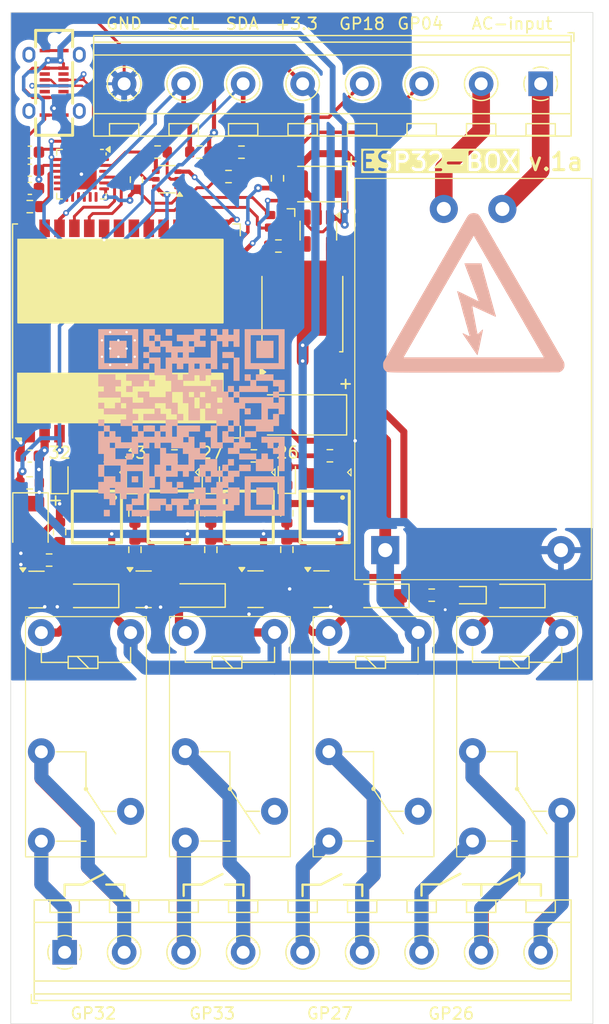
<source format=kicad_pcb>
(kicad_pcb (version 20241229) (generator "pcbnew") (generator_version "9.0")
  (layers (0 "F.Cu" signal) (2 "B.Cu" signal) (13 "F.Paste" user) (15 "B.Paste" user) (5 "F.SilkS" user "F.Silkscreen") (7 "B.SilkS" user "B.Silkscreen") (1 "F.Mask" user) (3 "B.Mask" user) (25 "Edge.Cuts" user))
  (net 0 "")
  (net 1 "GND")
  (net 2 "+3.3V")
  (net 3 "Net-(D1-A)")
  (net 4 "+12V")
  (net 5 "Vusb")
  (net 6 "Net-(D8-A)")
  (net 7 "Net-(D9-A)")
  (net 8 "RTS")
  (net 9 "Reset")
  (net 10 "Boot")
  (net 11 "DTR")
  (net 12 "Net-(D10-A)")
  (net 13 "Net-(D11-A)")
  (net 14 "esp_Relay1")
  (net 15 "esp_Ain1")
  (net 16 "Net-(D4-A)")
  (net 17 "esp_Relay2")
  (net 18 "esp_Ain2")
  (net 19 "esp_TX")
  (net 20 "Net-(D5-A)")
  (net 21 "Net-(D6-A)")
  (net 22 "esp_i2c_SCL")
  (net 23 "Net-(D7-A)")
  (net 24 "esp_Status_Led")
  (net 29 "esp_RX")
  (net 30 "esp_Ain3")
  (net 31 "Net-(Q2B-B2)")
  (net 32 "esp_Ain4")
  (net 33 "Net-(Q2A-B1)")
  (net 34 "Net-(Q5-G)")
  (net 35 "esp_i2c_SDA")
  (net 36 "Net-(Q6-G)")
  (net 37 "usb_D-")
  (net 38 "usb_D+")
  (net 39 "Net-(U3-~{RST})")
  (net 40 "Net-(R10-Pad1)")
  (net 41 "Net-(Q3-G)")
  (net 42 "Net-(Q4-G)")
  (net 43 "Net-(R11-Pad1)")
  (net 44 "Net-(R13-Pad1)")
  (net 45 "Net-(R14-Pad1)")
  (net 46 "Net-(R18-Pad1)")
  (net 47 "Net-(R19-Pad1)")
  (net 48 "Net-(R21-Pad1)")
  (net 49 "Net-(R22-Pad1)")
  (net 50 "esp_Relay3")
  (net 51 "Net-(U3-V3)")
  (net 52 "esp_Relay4")
  (net 67 "esp_GPIO4")
  (net 68 "esp_GPIO19")
  (net 69 "esp_GPIO18")
  (net 70 "esp_GPIO23")
  (net 74 "Net-(D2-K)")
  (net 76 "esp_led_Fault")
  (net 77 "esp_led_Ok")
  (net 78 "esp_led_Connect")
  (net 85 "NC1")
  (net 86 "NO1")
  (net 87 "COM1")
  (net 88 "NO2")
  (net 89 "COM2")
  (net 90 "NC2")
  (net 91 "NC3")
  (net 92 "NO3")
  (net 93 "COM3")
  (net 94 "NO4")
  (net 95 "NC4")
  (net 96 "COM4")
  (net 98 "AC_in1")
  (net 99 "AC_in2")
  (net 100 "Net-(J6-Pin_4)")
  (net 101 "Net-(J6-Pin_3)")
  (footprint "footprints:C225715_Omron-G5Q" (layer "F.Cu") (at 113.08 102.91 -90)
    (property "Reference" "K3" (hide yes))
    (property "Value" "G5Q-1" (hide yes))
  )
  (footprint "footprints:C225715_Omron-G5Q" (layer "F.Cu") (at 100.82 102.91 -90)
    (property "Reference" "K2" (hide yes))
    (property "Value" "G5Q-1" (hide yes))
  )
  (footprint "Package_TO_SOT_SMD:SOT-23" (layer "F.Cu") (at 97.2625 99.23)
    (property "Reference" "Q4" (hide yes))
    (property "Value" "IRLML2502" (hide yes))
  )
  (footprint "Resistor_SMD:R_0603_1608Metric" (layer "F.Cu") (at 102.999997 95.860025 -90)
    (property "Reference" "R19" (hide yes))
    (property "Value" "1k-5%" (hide yes))
  )
  (footprint "LED_SMD:LED_0603_1608Metric" (layer "F.Cu") (at 96.520003 89.600025 90)
    (property "Reference" "D7" (hide yes))
    (property "Value" "XL-1608UOC-06" (hide yes))
  )
  (footprint "footprints:C209905_HLK-PM12_mod" (layer "F.Cu") (at 127.89 66.81 -90)
    (property "Reference" "PS1" (hide yes))
    (property "Value" "HLK-PM12" (hide yes))
  )
  (footprint "Resistor_SMD:R_0603_1608Metric" (layer "F.Cu") (at 102.025 61.96)
    (property "Reference" "R4" (hide yes))
    (property "Value" "10k-5%" (hide yes))
  )
  (footprint "Capacitor_SMD:C_0603_1608Metric" (layer "F.Cu") (at 87.55 61.97)
    (property "Reference" "C5" (hide yes))
    (property "Value" "100nF" (hide yes))
  )
  (footprint "Resistor_SMD:R_0603_1608Metric" (layer "F.Cu") (at 90.09 94.345 -90)
    (property "Reference" "R12" (hide yes))
    (property "Value" "10k-5%" (hide yes))
  )
  (footprint "Resistor_SMD:R_0603_1608Metric" (layer "F.Cu") (at 108.69 64.2 90)
    (property "Reference" "R16" (hide yes))
    (property "Value" "100" (hide yes))
  )
  (footprint "Capacitor_SMD:C_0603_1608Metric" (layer "F.Cu") (at 87.55 65.06)
    (property "Reference" "C6" (hide yes))
    (property "Value" "10uF" (hide yes))
  )
  (footprint "footprints:C225715_Omron-G5Q" (layer "F.Cu") (at 88.53 102.92 -90)
    (property "Reference" "K1" (hide yes))
    (property "Value" "G5Q-1" (hide yes))
  )
  (footprint "Resistor_SMD:R_0603_1608Metric" (layer "F.Cu") (at 89.195 96.74 180)
    (property "Reference" "R11" (hide yes))
    (property "Value" "1k-5%" (hide yes))
  )
  (footprint "Resistor_SMD:R_0603_1608Metric" (layer "F.Cu") (at 87.545 66.61)
    (property "Reference" "R9" (hide yes))
    (property "Value" "10k-5%" (hide yes))
  )
  (footprint "footprints:C42381015_EL357_L4.4-W4.1-P2.54-LS7.0-TL" (layer "F.Cu") (at 93.269994 93.060025 -90)
    (property "Reference" "U4" (hide yes))
    (property "Value" "EL357" (hide yes))
  )
  (footprint "Package_TO_SOT_SMD:SOT-23" (layer "F.Cu") (at 88.1175 99.25)
    (property "Reference" "Q3" (hide yes))
    (property "Value" "IRLML2502" (hide yes))
  )
  (footprint "footprints:C2923958_DSS34_SOD-123FL" (layer "F.Cu") (at 92.79 99.79 180)
    (property "Reference" "D4" (hide yes))
    (property "Value" "DSS34" (hide yes))
  )
  (footprint "LED_SMD:LED_0603_1608Metric" (layer "F.Cu") (at 90.07 89.5925 90)
    (property "Reference" "D5" (hide yes))
    (property "Value" "XL-1608UOC-06" (hide yes))
  )
  (footprint "Resistor_SMD:R_0603_1608Metric" (layer "F.Cu") (at 99.895 87.86 180)
    (property "Reference" "R13" (hide yes))
    (property "Value" "100" (hide yes))
  )
  (footprint "Resistor_SMD:R_0603_1608Metric" (layer "F.Cu") (at 94.125 87.850025)
    (property "Reference" "R10" (hide yes))
    (property "Value" "100" (hide yes))
  )
  (footprint "Package_TO_SOT_SMD:SOT-23" (layer "F.Cu") (at 112.4425 99.22)
    (property "Reference" "Q6" (hide yes))
    (property "Value" "IRLML2502" (hide yes))
  )
  (footprint "LED_SMD:LED_0603_1608Metric" (layer "F.Cu") (at 102.999994 89.590025 90)
    (property "Reference" "D9" (hide yes))
    (property "Value" "XL-1608UOC-06" (hide yes))
  )
  (footprint "Resistor_SMD:R_0603_1608Metric" (layer "F.Cu") (at 87.53 90.16)
    (property "Reference" "R2" (hide yes))
    (property "Value" "10k-5%" (hide yes))
  )
  (footprint "Resistor_SMD:R_0603_1608Metric" (layer "F.Cu") (at 106.675 87.86 180)
    (property "Reference" "R18" (hide yes))
    (property "Value" "100" (hide yes))
  )
  (footprint "TerminalBlock_RND:TerminalBlock_RND_205-00238_1x08_P5.08mm_Horizontal" (layer "F.Cu") (at 131.16 56.14 180)
    (property "Reference" "J6" (hide yes))
    (property "Value" "Screw_Terminal_01x08" (hide yes))
  )
  (footprint "Package_TO_SOT_SMD:SOT-363_SC-70-6" (layer "F.Cu") (at 99.255 64.28 180)
    (property "Reference" "Q2" (hide yes))
    (property "Value" "LMBT3904DW1T1G" (hide yes))
  )
  (footprint "TerminalBlock_RND:TerminalBlock_RND_205-00239_1x09_P5.08mm_Horizontal" (layer "F.Cu") (at 90.52 130.17)
    (property "Reference" "J7" (hide yes))
    (property "Value" "Screw_Terminal_01x09" (hide yes))
  )
  (footprint "footprints:C42381015_EL357_L4.4-W4.1-P2.54-LS7.0-TL" (layer "F.Cu") (at 106.229997 93.060025 -90)
    (property "Reference" "U6" (hide yes))
    (property "Value" "EL357" (hide yes))
  )
  (footprint "Resistor_SMD:R_0603_1608Metric" (layer "F.Cu") (at 104.51 64.05)
    (property "Reference" "R17" (hide yes))
    (property "Value" "100" (hide yes))
  )
  (footprint "footprints:C2923958_DSS34_SOD-123FL" (layer "F.Cu") (at 117.575 99.79 180)
    (property "Reference" "D8" (hide yes))
    (property "Value" "DSS34" (hide yes))
  )
  (footprint "Resistor_SMD:R_0603_1608Metric" (layer "F.Cu") (at 109.490003 95.85 -90)
    (property "Reference" "R22" (hide yes))
    (property "Value" "1k-5%" (hide yes))
  )
  (footprint "Resistor_SMD:R_0603_1608Metric" (layer "F.Cu") (at 109.490003 92.745025 -90)
    (property "Reference" "R23" (hide yes))
    (property "Value" "10k-5%" (hide yes))
  )
  (footprint "Resistor_SMD:R_0603_1608Metric" (layer "F.Cu") (at 96.65 64.31 -90)
    (property "Reference" "R8" (hide yes))
    (property "Value" "10k-5%" (hide yes))
  )
  (footprint "footprints:C42381015_EL357_L4.4-W4.1-P2.54-LS7.0-TL" (layer "F.Cu") (at 99.739997 93.05005 -90)
    (property "Reference" "U5" (hide yes))
    (property "Value" "EL357" (hide yes))
  )
  (footprint "Resistor_SMD:R_0603_1608Metric" (layer "F.Cu") (at 105.615 61.97 180)
    (property "Reference" "R5" (hide yes))
    (property "Value" "10k-5%" (hide yes))
  )
  (footprint "Capacitor_SMD:C_0603_1608Metric" (layer "F.Cu") (at 87.545 87.88)
    (property "Reference" "C3" (hide yes))
    (property "Value" "100nF" (hide yes))
  )
  (footprint "Resistor_SMD:R_0603_1608Metric" (layer "F.Cu") (at 113.165 87.849975 180)
    (property "Reference" "R21" (hide yes))
    (property "Value" "100" (hide yes))
  )
  (footprint "footprints:C2923958_DSS34_SOD-123FL" (layer "F.Cu") (at 129.18 99.8 180)
    (property "Reference" "D10" (hide yes))
    (property "Value" "DSS34" (hide yes))
  )
  (footprint "LED_SMD:LED_0603_1608Metric" (layer "F.Cu") (at 109.490003 89.572525 90)
    (property "Reference" "D11" (hide yes))
    (property "Value" "XL-1608UOC-06" (hide yes))
  )
  (footprint "Capacitor_SMD:C_0603_1608Metric" (layer "F.Cu") (at 87.545 63.51)
    (property "Reference" "C7" (hide yes))
    (property "Value" "100nF" (hide yes))
  )
  (footprint "Package_TO_SOT_SMD:TO-252-2" (layer "F.Cu") (at 110.815 75.675 90)
    (property "Reference" "U101" (hide yes))
    (property "Value" "LD1086DT33TR" (hide yes))
  )
  (footprint "Capacitor_Tantalum_SMD:CP_EIA-6032-20_AVX-F" (layer "F.Cu") (at 110.835 84.365 180)
    (property "Reference" "C8" (hide yes))
    (property "Value" "22uF/16V" (hide yes))
  )
  (footprint "Package_TO_SOT_SMD:SOT-23-5" (layer "F.Cu") (at 112.18 68.6575 -90)
    (property "Reference" "U1" (hide yes))
    (property "Value" "TLV75733PDBV" (hide yes))
  )
  (footprint "footprints:C42381015_EL357_L4.4-W4.1-P2.54-LS7.0-TL" (layer "F.Cu") (at 112.72 93.06 -90)
    (property "Reference" "U7" (hide yes))
    (property "Value" "EL357" (hide yes))
  )
  (footprint "Package_DFN_QFN:QFN-24-1EP_4x4mm_P0.5mm_EP2.6x2.6mm" (layer "F.Cu") (at 91.95 63.8475 -90)
    (property "Reference" "U3" (hide yes))
    (property "Value" "CH9102F" (hide yes))
  )
  (footprint "Resistor_SMD:R_0603_1608Metric" (layer "F.Cu") (at 121.855 99.73)
    (property "Reference" "R1" (hide yes))
    (property "Value" "1k-5%" (hide yes))
  )
  (footprint "footprints:C3151749_USB_TYPE-C_Vertical" (layer "F.Cu") (at 89.620025 56.060064 90)
    (property "Reference" "J2" (hide yes))
    (property "Value" "USB_C_Receptacle_USB2.0" (hide yes))
  )
  (footprint "Resistor_SMD:R_0603_1608Metric" (layer "F.Cu") (at 96.519994 92.76505 -90)
    (property "Reference" "R15" (hide yes))
    (property "Value" "10k-5%" (hide yes))
  )
  (footprint "RF_Module:ESP32-WROOM-32U" (layer "F.Cu") (at 95.795 77.21 90)
    (property "Reference" "U2" (hide yes))
    (property "Value" "ESP32-WROOM-32U" (hide yes))
  )
  (footprint "Resistor_SMD:R_0603_1608Metric" (layer "F.Cu") (at 102.999994 92.76505 -90)
    (property "Reference" "R20" (hide yes))
    (property "Value" "10k-5%" (hide yes))
  )
  (footprint "footprints:C2923958_DSS34_SOD-123FL" (layer "F.Cu") (at 101.88 99.76 180)
    (property "Reference" "D6" (hide yes))
    (property "Value" "DSS34" (hide yes))
  )
  (footprint "Resistor_SMD:R_0603_1608Metric" (layer "F.Cu") (at 96.519997 95.86005 -90)
    (property "Reference" "R14" (hide yes))
    (property "Value" "1k-5%" (hide yes))
  )
  (footprint "Capacitor_Tantalum_SMD:CP_EIA-3528-21_Kemet-B" (layer "F.Cu") (at 87.6 93.4675 -90)
    (property "Reference" "C4" (hide yes))
    (property "Value" "100uF/10V" (hide yes))
  )
  (footprint "Capacitor_Tantalum_SMD:CP_EIA-3528-21_Kemet-B" (layer "F.Cu") (at 112.1675 64.69 180)
    (property "Reference" "C9" (hide yes))
    (property "Value" "100uF/10V" (hide yes))
  )
  (footprint "Resistor_SMD:R_0603_1608Metric" (layer "F.Cu") (at 108.77 69.97 180)
    (property "Reference" "R3" (hide yes))
    (property "Value" "1k-5%" (hide yes))
  )
  (footprint "LED_SMD:LED_0603_1608Metric" (layer "F.Cu") (at 125.0275 99.73 180)
    (property "Reference" "D1" (hide yes))
    (property "Value" "12V Ok" (hide yes))
  )
  (footprint "footprints:C273611_RGB_Led_0606" (layer "F.Cu") (at 108.748 67.8634 180)
    (property "Reference" "D2" (hide yes))
    (property "Value" "LED_GBRK" (hide yes))
  )
  (footprint "Resistor_SMD:R_0603_1608Metric" (layer "F.Cu") (at 98.455 61.96 180)
    (property "Reference" "R7" (hide yes))
    (property "Value" "10k-5%" (hide yes))
  )
  (footprint "footprints:C225715_Omron-G5Q" (layer "F.Cu") (at 125.34 102.91 -90)
    (property "Reference" "K4" (hide yes))
    (property "Value" "G5Q-1" (hide yes))
  )
  (footprint "Package_TO_SOT_SMD:SOT-23" (layer "F.Cu") (at 106.8125 99.22)
    (property "Reference" "Q5" (hide yes))
    (property "Value" "IRLML2502" (hide yes))
  )
  (gr_line (start 120.99 125.34) (end 120.99 124.38) (stroke (width 0.2)) (layer "F.SilkS"))
  (gr_line (start 120.99 124.38) (end 122.545 124.38) (stroke (width 0.2)) (layer "F.SilkS"))
  (gr_line (start 126.09 124.38) (end 124.545 124.38) (stroke (width 0.2)) (layer "F.SilkS"))
  (gr_line (start 115.93 124.41) (end 114.385 124.41) (stroke (width 0.2)) (layer "F.SilkS"))
  (gr_line (start 90.52 125.36) (end 90.52 124.4) (stroke (width 0.2)) (layer "F.SilkS"))
  (gr_line (start 126.09 125.34) (end 126.09 124.38) (stroke (width 0.2)) (layer "F.SilkS"))
  (gr_line (start 102.235 124.4) (end 103.985 123.5) (stroke (width 0.2)) (layer "F.SilkS"))
  (gr_line (start 127.635 124.38) (end 129.385 123.48) (stroke (width 0.2)) (layer "F.SilkS"))
  (gr_line (start 131.18 124.38) (end 129.34 124.38) (stroke (width 0.2)) (layer "F.SilkS"))
  (gr_line (start 126.08 124.38) (end 127.635 124.38) (stroke (width 0.2)) (layer "F.SilkS"))
  (gr_line (start 95.62 124.4) (end 94.075 124.4) (stroke (width 0.2)) (layer "F.SilkS"))
  (gr_line (start 100.68 124.4) (end 102.235 124.4) (stroke (width 0.2)) (layer "F.SilkS"))
  (gr_line (start 105.78 124.4) (end 104.235 124.4) (stroke (width 0.2)) (layer "F.SilkS"))
  (gr_line (start 100.68 125.36) (end 100.68 124.4) (stroke (width 0.2)) (layer "F.SilkS"))
  (gr_line (start 105.78 125.36) (end 105.78 124.4) (stroke (width 0.2)) (layer "F.SilkS"))
  (gr_line (start 90.52 124.4) (end 92.075 124.4) (stroke (width 0.2)) (layer "F.SilkS"))
  (gr_line (start 115.93 125.37) (end 115.93 124.41) (stroke (width 0.2)) (layer "F.SilkS"))
  (gr_line (start 95.62 125.36) (end 95.62 124.4) (stroke (width 0.2)) (layer "F.SilkS"))
  (gr_rect (start 86.53 80.84) (end 104.02 85.01) (stroke (width 0.15)) (fill yes) (layer "F.SilkS"))
  (gr_line (start 112.385 124.41) (end 114.135 123.51) (stroke (width 0.2)) (layer "F.SilkS"))
  (gr_line (start 129.34 124.38) (end 129.34 123.42) (stroke (width 0.2)) (layer "F.SilkS"))
  (gr_line (start 110.83 124.41) (end 112.385 124.41) (stroke (width 0.2)) (layer "F.SilkS"))
  (gr_line (start 92.075 124.4) (end 93.825 123.5) (stroke (width 0.2)) (layer "F.SilkS"))
  (gr_rect (start 86.55 69.42) (end 104.02 76.5) (stroke (width 0.15)) (fill yes) (layer "F.SilkS"))
  (gr_line (start 131.18 125.34) (end 131.18 124.38) (stroke (width 0.2)) (layer "F.SilkS"))
  (gr_line (start 122.545 124.38) (end 124.295 123.48) (stroke (width 0.2)) (layer "F.SilkS"))
  (gr_line (start 110.83 125.37) (end 110.83 124.41) (stroke (width 0.2)) (layer "F.SilkS"))
  (gr_poly (pts (xy 108.349691 91.283597) (xy 108.349691 92.017816) (xy 107.615472 92.017816) (xy 106.881251 92.017816) (xy 106.881251 91.283597) (xy 106.881251 90.549376) (xy 107.615472 90.549376) (xy 108.349691 90.549376)) (stroke (width -0.000001)) (fill yes) (layer "B.SilkS"))
  (gr_poly (pts (xy 99.697818 77.333446) (xy 99.697818 77.611259) (xy 99.420006 77.611259) (xy 99.142192 77.611259) (xy 99.142192 77.333446) (xy 99.142192 77.055634) (xy 99.420006 77.055634) (xy 99.697818 77.055634)) (stroke (width -0.000001)) (fill yes) (layer "B.SilkS"))
  (gr_poly (pts (xy 94.379691 92.73219) (xy 94.379691 93.010002) (xy 94.121721 93.010002) (xy 93.863753 93.010002) (xy 93.863753 92.73219) (xy 93.863753 92.454376) (xy 94.121721 92.454376) (xy 94.379691 92.454376)) (stroke (width -0.000001)) (fill yes) (layer "B.SilkS"))
  (gr_poly (pts (xy 104.976256 79.238446) (xy 104.976256 79.47657) (xy 105.21438 79.47657) (xy 105.452505 79.47657) (xy 105.452505 80.468756) (xy 105.452507 81.460945) (xy 105.194536 81.460945) (xy 104.936568 81.460945) (xy 104.936568 80.488601) (xy 104.936568 79.516258) (xy 104.460319 79.516258) (xy 103.984068 79.516258) (xy 103.984068 79.25829) (xy 103.984068 79.000322) (xy 104.480162 79.000322) (xy 104.976256 79.000322)) (stroke (width -0.000001)) (fill yes) (layer "B.SilkS"))
  (gr_poly (pts (xy 109.302192 87.691878) (xy 109.302187 89.160311) (xy 109.044219 89.160311) (xy 108.786249 89.160311) (xy 108.786249 88.426092) (xy 108.786249 87.691874) (xy 108.548124 87.691874) (xy 108.31 87.691874) (xy 108.31 87.453749) (xy 108.31 87.215625) (xy 108.071876 87.215625) (xy 107.833752 87.215625) (xy 107.833752 86.977501) (xy 107.833752 86.957657) (xy 108.349691 86.957657) (xy 108.349691 87.17594) (xy 108.567973 87.17594) (xy 108.786253 87.17594) (xy 108.786253 86.957657) (xy 108.786253 86.739377) (xy 108.567973 86.739377) (xy 108.349691 86.739377) (xy 108.349691 86.957657) (xy 107.833752 86.957657) (xy 107.833752 86.739377) (xy 107.575784 86.739377) (xy 107.317816 86.739377) (xy 107.317816 86.481407) (xy 107.317816 86.223439) (xy 108.310003 86.223439) (xy 109.302192 86.223439)) (stroke (width -0.000001)) (fill yes) (layer "B.SilkS"))
  (gr_poly (pts (xy 109.302192 78.762195) (xy 109.302192 80.468756) (xy 107.595628 80.468756) (xy 105.889067 80.468756) (xy 105.889067 78.762195) (xy 106.405005 78.762195) (xy 106.405005 79.95282) (xy 107.595628 79.95282) (xy 108.786253 79.95282) (xy 108.786253 78.762195) (xy 108.786253 77.57157) (xy 107.595628 77.57157) (xy 106.405005 77.57157) (xy 106.405005 78.762195) (xy 105.889067 78.762195) (xy 105.889067 77.055633) (xy 107.595628 77.055633) (xy 109.302192 77.055633)) (stroke (width -0.000001)) (fill yes) (layer "B.SilkS"))
  (gr_poly (pts (xy 104.500006 80.210788) (xy 104.500006 80.468756) (xy 104.242035 80.468756) (xy 103.984067 80.468756) (xy 103.984067 80.210788) (xy 103.984067 79.95282) (xy 104.242035 79.95282) (xy 104.500006 79.95282)) (stroke (width -0.000001)) (fill yes) (layer "B.SilkS"))
  (gr_poly (pts (xy 125.464514 67.160708) (xy 125.484025 67.161981) (xy 125.504323 67.164101) (xy 125.525802 67.16707) (xy 125.548854 67.170887) (xy 125.573873 67.175553) (xy 125.631387 67.187428) (xy 125.669459 67.196424) (xy 125.704863 67.206745) (xy 125.738024 67.218837) (xy 125.769368 67.233148) (xy 125.799321 67.250124) (xy 125.828308 67.27021) (xy 125.856756 67.293855) (xy 125.885091 67.321503) (xy 125.913737 67.353602) (xy 125.943121 67.390598) (xy 125.973669 67.432938) (xy 126.005807 67.481067) (xy 126.039959 67.535433) (xy 126.076553 67.596482) (xy 126.158766 67.740414) (xy 126.199602 67.812575) (xy 126.250663 67.901479) (xy 126.357392 68.084372) (xy 126.410464 68.174992) (xy 126.468263 68.275038) (xy 126.523809 68.372355) (xy 126.570121 68.454789) (xy 126.615284 68.535136) (xy 126.667701 68.626769) (xy 126.72087 68.718401) (xy 126.768289 68.798747) (xy 126.814601 68.877007) (xy 126.864758 68.962955) (xy 126.912717 69.046175) (xy 126.952435 69.116248) (xy 126.9933 69.188409) (xy 127.044382 69.277313) (xy 127.151119 69.460207) (xy 127.203254 69.549782) (xy 127.258516 69.646985) (xy 127.310312 69.740096) (xy 127.35205 69.817394) (xy 127.369527 69.850093) (xy 127.387128 69.882165) (xy 127.404375 69.912795) (xy 127.420791 69.941169) (xy 127.435897 69.966474) (xy 127.449216 69.987895) (xy 127.460269 70.004619) (xy 127.464796 70.010965) (xy 127.468578 70.015831) (xy 127.476739 70.026773) (xy 127.487368 70.042723) (xy 127.500016 70.062921) (xy 127.514234 70.086607) (xy 127.529575 70.113022) (xy 127.545591 70.141405) (xy 127.561832 70.170997) (xy 127.577852 70.201039) (xy 127.593514 70.230541) (xy 127.608727 70.258586) (xy 127.623116 70.284521) (xy 127.636306 70.307698) (xy 127.647919 70.327464) (xy 127.657579 70.343168) (xy 127.66156 70.349294) (xy 127.664912 70.35416) (xy 127.667587 70.357685) (xy 127.669539 70.359789) (xy 127.676923 70.368617) (xy 127.68928 70.38739) (xy 127.734073 70.463856) (xy 127.81424 70.60735) (xy 127.940099 70.836038) (xy 127.956785 70.86608) (xy 127.973605 70.895673) (xy 127.990103 70.924056) (xy 128.00582 70.950471) (xy 128.020299 70.974157) (xy 128.033082 70.994355) (xy 128.043711 71.010305) (xy 128.048074 71.01645) (xy 128.051728 71.021248) (xy 128.059669 71.03219) (xy 128.07008 71.04814) (xy 128.082518 71.068338) (xy 128.096542 71.092024) (xy 128.111709 71.118438) (xy 128.127575 71.146821) (xy 128.143698 71.176414) (xy 128.159636 71.206456) (xy 128.175806 71.237038) (xy 128.192591 71.268178) (xy 128.226054 71.32866) (xy 128.241753 71.356265) (xy 128.256112 71.380956) (xy 128.268643 71.401865) (xy 128.278855 71.418123) (xy 128.304532 71.459464) (xy 128.34258 71.523129) (xy 128.387867 71.600437) (xy 128.435261 71.682706) (xy 128.632472 72.025526) (xy 128.832656 72.370622) (xy 129.032052 72.712882) (xy 129.155234 72.926247) (xy 129.293956 73.168325) (xy 129.421946 73.389267) (xy 129.486016 73.499731) (xy 129.574747 73.653851) (xy 129.617975 73.728896) (xy 129.657101 73.796313) (xy 129.687822 73.848724) (xy 129.705837 73.878748) (xy 129.72209 73.90564) (xy 129.748013 73.949524) (xy 129.814593 74.063956) (xy 130.09753 74.553435) (xy 130.264485 74.842988) (xy 130.386468 75.056143) (xy 130.484254 75.226551) (xy 130.593035 75.41333) (xy 130.644621 75.501862) (xy 130.698878 75.596223) (xy 130.749356 75.685127) (xy 130.789605 75.757288) (xy 130.828911 75.827361) (xy 130.876826 75.910581) (xy 130.92729 75.99653) (xy 130.974244 76.074788) (xy 131.022381 76.155135) (xy 131.076064 76.246767) (xy 131.128742 76.3384) (xy 131.173867 76.418747) (xy 131.219987 76.501181) (xy 131.275376 76.598498) (xy 131.333069 76.698544) (xy 131.386103 76.789163) (xy 131.43807 76.877696) (xy 131.492856 76.972057) (xy 131.543943 77.060961) (xy 131.58481 77.133122) (xy 131.624529 77.203196) (xy 131.672487 77.286415) (xy 131.722644 77.372364) (xy 131.768957 77.450623) (xy 131.816386 77.530969) (xy 131.869585 77.622601) (xy 131.922045 77.714234) (xy 131.967261 77.79458) (xy 132.036837 77.918516) (xy 132.119432 78.062728) (xy 132.379661 78.508955) (xy 132.426335 78.589302) (xy 132.478916 78.680935) (xy 132.53096 78.772568) (xy 132.576023 78.852914) (xy 132.621241 78.93326) (xy 132.673706 79.024893) (xy 132.726912 79.116525) (xy 132.774351 79.196872) (xy 132.821749 79.277218) (xy 132.874847 79.368851) (xy 132.927153 79.460483) (xy 132.972176 79.54083) (xy 133.013393 79.614403) (xy 133.055334 79.687593) (xy 133.093093 79.751931) (xy 133.108869 79.778134) (xy 133.12176 79.798947) (xy 133.133771 79.820272) (xy 133.144791 79.844526) (xy 133.154783 79.871361) (xy 133.16371 79.900429) (xy 133.171535 79.931383) (xy 133.178222 79.963875) (xy 133.183734 79.997557) (xy 133.188034 80.032082) (xy 133.191086 80.067101) (xy 133.192852 80.102266) (xy 133.193295 80.137231) (xy 133.19238 80.171648) (xy 133.190069 80.205167) (xy 133.186326 80.237443) (xy 133.181113 80.268127) (xy 133.174395 80.29687) (xy 133.162684 80.334879) (xy 133.148439 80.371833) (xy 133.131728 80.407666) (xy 133.112621 80.442311) (xy 133.091186 80.4757) (xy 133.067491 80.507765) (xy 133.041606 80.53844) (xy 133.0136 80.567656) (xy 132.983541 80.595347) (xy 132.951498 80.621445) (xy 132.917541 80.645882) (xy 132.881736 80.668591) (xy 132.844155 80.689504) (xy 132.804864 80.708555) (xy 132.763934 80.725676) (xy 132.721433 80.740799) (xy 132.721439 80.740799) (xy 125.470045 80.755824) (xy 122.939516 80.757542) (xy 121.061456 80.759571) (xy 120.335837 80.759717) (xy 119.735819 80.75876) (xy 119.248896 80.756304) (xy 119.043937 80.754391) (xy 118.862562 80.751956) (xy 118.703208 80.74895) (xy 118.564311 80.745323) (xy 118.444309 80.741026) (xy 118.341639 80.73601) (xy 118.254736 80.730225) (xy 118.182039 80.723623) (xy 118.121983 80.716153) (xy 118.096207 80.712078) (xy 118.073005 80.707768) (xy 118.052183 80.703216) (xy 118.033543 80.698417) (xy 118.016892 80.693364) (xy 118.002033 80.688052) (xy 117.988772 80.682473) (xy 117.976912 80.676622) (xy 117.966259 80.670493) (xy 117.956617 80.66408) (xy 117.939584 80.650375) (xy 117.924251 80.635458) (xy 117.89243 80.601793) (xy 117.864567 80.57266) (xy 117.839549 80.544714) (xy 117.81723 80.517653) (xy 117.797466 80.491178) (xy 117.780111 80.464987) (xy 117.76502 80.438781) (xy 117.752048 80.412257) (xy 117.74105 80.385116) (xy 117.731881 80.357057) (xy 117.724395 80.32778) (xy 117.718447 80.296983) (xy 117.713893 80.264365) (xy 117.710586 80.229628) (xy 117.708383 80.192468) (xy 117.707137 80.152587) (xy 117.706705 80.109683) (xy 117.707655 80.06058) (xy 117.708504 80.037481) (xy 117.709665 80.015296) (xy 117.711185 79.993985) (xy 117.71311 79.973505) (xy 117.715486 79.953815) (xy 117.718362 79.934876) (xy 117.721783 79.916644) (xy 117.725797 79.899081) (xy 117.730449 79.882143) (xy 117.735788 79.865791) (xy 117.741859 79.849983) (xy 117.74871 79.834678) (xy 117.756387 79.819836) (xy 117.764936 79.805414) (xy 117.795192 79.755886) (xy 117.834252 79.689492) (xy 117.877073 79.614913) (xy 117.918612 79.54083) (xy 117.963091 79.461456) (xy 119.461492 79.461456) (xy 125.44346 79.461456) (xy 131.425426 79.461456) (xy 131.339736 79.309322) (xy 131.254237 79.159129) (xy 131.169005 79.011665) (xy 131.014428 78.747081) (xy 130.927582 78.596931) (xy 130.816433 78.403124) (xy 130.705154 78.209317) (xy 130.617995 78.059166) (xy 130.530837 77.909014) (xy 130.419558 77.715207) (xy 130.308168 77.5214) (xy 130.220745 77.371249) (xy 130.087809 77.144346) (xy 129.943224 76.894582) (xy 129.8117 76.66487) (xy 129.717949 76.498125) (xy 129.671913 76.415691) (xy 129.616593 76.318374) (xy 129.558946 76.218329) (xy 129.505929 76.127708) (xy 129.453962 76.039177) (xy 129.399175 75.944815) (xy 129.348088 75.855911) (xy 129.307221 75.783751) (xy 129.267503 75.713677) (xy 129.219544 75.630457) (xy 129.169388 75.544509) (xy 129.123076 75.466251) (xy 129.075639 75.385904) (xy 129.022417 75.294271) (xy 128.969921 75.202638) (xy 128.924662 75.122292) (xy 128.879401 75.041946) (xy 128.8269 74.950313) (xy 128.773671 74.858681) (xy 128.726224 74.778334) (xy 128.678777 74.697987) (xy 128.625548 74.606355) (xy 128.573048 74.514722) (xy 128.527787 74.434377) (xy 128.482526 74.35403) (xy 128.430025 74.262397) (xy 128.376796 74.170764) (xy 128.329349 74.090418) (xy 128.281902 74.010072) (xy 128.228673 73.918439) (xy 128.176173 73.826807) (xy 128.130912 73.74646) (xy 128.085653 73.666113) (xy 128.033157 73.574481) (xy 127.979935 73.482848) (xy 127.932497 73.402502) (xy 127.885989 73.323199) (xy 127.835297 73.234409) (xy 127.786546 73.146983) (xy 127.745859 73.071773) (xy 127.728332 73.039073) (xy 127.710683 73.007002) (xy 127.693392 72.976372) (xy 127.676938 72.947997) (xy 127.661799 72.922693) (xy 127.648455 72.901271) (xy 127.637385 72.884548) (xy 127.632852 72.878202) (xy 127.629067 72.873335) (xy 127.620898 72.862393) (xy 127.610256 72.846443) (xy 127.597588 72.826245) (xy 127.583344 72.802559) (xy 127.567973 72.776145) (xy 127.551925 72.747761) (xy 127.535647 72.718169) (xy 127.51959 72.688127) (xy 127.503911 72.658625) (xy 127.488717 72.630581) (xy 127.474381 72.604645) (xy 127.461278 72.581469) (xy 127.449779 72.561703) (xy 127.440258 72.545998) (xy 127.433088 72.535006) (xy 127.430502 72.531481) (xy 127.428643 72.529378) (xy 127.422591 72.52105) (xy 127.410819 72.50232) (xy 127.372897 72.438428) (xy 127.320443 72.34725) (xy 127.259023 72.238336) (xy 127.19072 72.11747) (xy 127.119527 71.993746) (xy 127.05387 71.881685) (xy 127.002178 71.795807) (xy 126.981773 71.762238) (xy 126.962737 71.729993) (xy 126.945487 71.699844) (xy 126.930439 71.672562) (xy 126.918009 71.64892) (xy 126.912907 71.638705) (xy 126.908615 71.629689) (xy 126.905187 71.62197) (xy 126.902673 71.615643) (xy 126.901127 71.610805) (xy 126.9006 71.607553) (xy 126.900344 71.604828) (xy 126.899593 71.601537) (xy 126.898372 71.597724) (xy 126.896706 71.593434) (xy 126.894621 71.588712) (xy 126.892143 71.583601) (xy 126.889295 71.578146) (xy 126.886104 71.572392) (xy 126.878794 71.560164) (xy 126.870413 71.547271) (xy 126.861165 71.53407) (xy 126.851253 71.520914) (xy 126.839754 71.505269) (xy 126.825961 71.484932) (xy 126.810395 71.460758) (xy 126.793577 71.433604) (xy 126.776028 71.404325) (xy 126.758269 71.373776) (xy 126.740821 71.342814) (xy 126.724206 71.312294) (xy 126.69086 71.250572) (xy 126.657503 71.190091) (xy 126.628005 71.137794) (xy 126.615913 71.116886) (xy 126.606238 71.100629) (xy 126.541416 70.993806) (xy 126.484199 70.898793) (xy 126.434907 70.816138) (xy 126.39386 70.746389) (xy 126.361377 70.690094) (xy 126.337779 70.647802) (xy 126.323385 70.620061) (xy 126.31974 70.611819) (xy 126.318516 70.60742) (xy 126.317887 70.60479) (xy 126.316039 70.600177) (xy 126.308941 70.585447) (xy 126.297718 70.564125) (xy 126.282868 70.537102) (xy 126.244281 70.469524) (xy 126.197162 70.389851) (xy 126.104749 70.235505) (xy 126.052978 70.148128) (xy 125.906743 69.896773) (xy 125.799806 69.712308) (xy 125.715993 69.566043) (xy 125.684867 69.511883) (xy 125.6499 69.452432) (xy 125.615373 69.394895) (xy 125.585564 69.346477) (xy 125.572388 69.324964) (xy 125.559124 69.302335) (xy 125.54613 69.279268) (xy 125.533766 69.256442) (xy 125.522394 69.234535) (xy 125.512372 69.214226) (xy 125.504061 69.196192) (xy 125.497819 69.181111) (xy 125.494839 69.173595) (xy 125.491802 69.166563) (xy 125.488711 69.160016) (xy 125.48557 69.153954) (xy 125.482383 69.148378) (xy 125.479154 69.143286) (xy 125.475887 69.138679) (xy 125.472585 69.134557) (xy 125.469253 69.13092) (xy 125.465894 69.127767) (xy 125.462512 69.1251) (xy 125.459111 69.122918) (xy 125.455694 69.121221) (xy 125.452266 69.120008) (xy 125.448831 69.119281) (xy 125.445391 69.119038) (xy 125.441952 69.119281) (xy 125.438516 69.120008) (xy 125.435088 69.121221) (xy 125.431672 69.122918) (xy 125.428271 69.1251) (xy 125.424889 69.127767) (xy 125.42153 69.13092) (xy 125.418198 69.134557) (xy 125.414896 69.138679) (xy 125.411629 69.143286) (xy 125.4084 69.148378) (xy 125.405213 69.153954) (xy 125.402072 69.160016) (xy 125.398981 69.166563) (xy 125.395944 69.173595) (xy 125.392964 69.181111) (xy 125.386723 69.196192) (xy 125.378411 69.214226) (xy 125.368389 69.234535) (xy 125.357017 69.256442) (xy 125.344654 69.279268) (xy 125.33166 69.302335) (xy 125.318395 69.324964) (xy 125.305219 69.346477) (xy 125.27541 69.394895) (xy 125.240883 69.452432) (xy 125.205916 69.511883) (xy 125.17479 69.566043) (xy 124.996259 69.875693) (xy 124.836533 70.148128) (xy 124.603086 70.553827) (xy 124.337441 71.021252) (xy 124.323819 71.045439) (xy 124.310528 71.068525) (xy 124.297899 71.089967) (xy 124.286265 71.109224) (xy 124.275959 71.125752) (xy 124.267314 71.13901) (xy 124.263718 71.144243) (xy 124.260662 71.148454) (xy 124.258188 71.151577) (xy 124.256336 71.153543) (xy 124.254431 71.155646) (xy 124.251798 71.159171) (xy 124.244538 71.170162) (xy 124.234933 71.185867) (xy 124.223356 71.205633) (xy 124.19579 71.254746) (xy 124.164844 71.312293) (xy 124.148978 71.342121) (xy 124.133284 71.371103) (xy 124.118172 71.39852) (xy 124.104047 71.423655) (xy 124.091317 71.445793) (xy 124.08039 71.464216) (xy 124.071672 71.478207) (xy 124.068269 71.483317) (xy 124.065571 71.48705) (xy 124.059646 71.495566) (xy 124.051435 71.50862) (xy 124.041308 71.525563) (xy 124.029638 71.545742) (xy 124.003155 71.593204) (xy 123.974956 71.645799) (xy 123.96006 71.673706) (xy 123.943785 71.703394) (xy 123.926657 71.733953) (xy 123.909204 71.764471) (xy 123.891951 71.794037) (xy 123.875424 71.821741) (xy 123.86015 71.846671) (xy 123.846654 71.867917) (xy 123.811028 71.925794) (xy 123.758575 72.014926) (xy 123.696359 72.123157) (xy 123.631441 72.238333) (xy 123.570144 72.347246) (xy 123.517791 72.438423) (xy 123.496705 72.474376) (xy 123.479938 72.502315) (xy 123.468185 72.521046) (xy 123.464406 72.526585) (xy 123.46214 72.529375) (xy 123.460281 72.531477) (xy 123.457694 72.535002) (xy 123.450524 72.545993) (xy 123.441003 72.561698) (xy 123.429504 72.581464) (xy 123.402066 72.630577) (xy 123.371194 72.688124) (xy 123.355137 72.718166) (xy 123.338862 72.747758) (xy 123.322817 72.776142) (xy 123.307452 72.802556) (xy 123.293215 72.826242) (xy 123.280555 72.84644) (xy 123.269921 72.86239) (xy 123.265504 72.868534) (xy 123.261761 72.873332) (xy 123.253689 72.884249) (xy 123.243306 72.900123) (xy 123.231043 72.920202) (xy 123.217331 72.943729) (xy 123.202601 72.969952) (xy 123.187285 72.998116) (xy 123.171814 73.027466) (xy 123.156619 73.057248) (xy 123.141144 73.087597) (xy 123.124868 73.118571) (xy 123.10828 73.149301) (xy 123.091866 73.178919) (xy 123.076116 73.206558) (xy 123.061516 73.231349) (xy 123.048553 73.252424) (xy 123.037717 73.268915) (xy 123.024917 73.288538) (xy 123.006325 73.318592) (xy 122.955298 73.403999) (xy 122.891696 73.513154) (xy 122.822578 73.634074) (xy 122.674853 73.892896) (xy 122.607585 74.00942) (xy 122.556359 74.097095) (xy 122.510882 74.174848) (xy 122.459266 74.264356) (xy 122.407856 74.354554) (xy 122.362996 74.434374) (xy 122.317735 74.514719) (xy 122.265234 74.606352) (xy 122.212005 74.697984) (xy 122.164557 74.778331) (xy 122.117111 74.858678) (xy 122.063882 74.95031) (xy 122.011381 75.041943) (xy 121.966121 75.122289) (xy 121.92086 75.202635) (xy 121.868359 75.294268) (xy 121.81513 75.385901) (xy 121.767682 75.466248) (xy 121.720236 75.546594) (xy 121.667007 75.638226) (xy 121.614506 75.729859) (xy 121.569246 75.810205) (xy 121.523985 75.890552) (xy 121.471484 75.982184) (xy 121.418255 76.073817) (xy 121.370807 76.154163) (xy 121.32338 76.234509) (xy 121.270204 76.326142) (xy 121.217782 76.417775) (xy 121.172617 76.498122) (xy 121.126305 76.580556) (xy 121.070759 76.677873) (xy 121.01296 76.777918) (xy 120.959888 76.868538) (xy 120.907941 76.95707) (xy 120.853207 77.051432) (xy 120.802199 77.140336) (xy 120.761427 77.212497) (xy 120.720658 77.284657) (xy 120.669654 77.373562) (xy 120.614928 77.467923) (xy 120.56299 77.556454) (xy 120.511052 77.644987) (xy 120.456326 77.739348) (xy 120.405322 77.828252) (xy 120.364552 77.900414) (xy 120.323783 77.972574) (xy 120.272779 78.061478) (xy 120.166115 78.244371) (xy 120.114206 78.332903) (xy 120.059558 78.427264) (xy 120.00867 78.516168) (xy 119.968042 78.588329) (xy 119.932278 78.652139) (xy 119.894635 78.718306) (xy 119.85959 78.779015) (xy 119.831619 78.826454) (xy 119.761002 78.946262) (xy 119.669325 79.104268) (xy 119.579126 79.26033) (xy 119.51207 79.375465) (xy 119.461492 79.461456) (xy 117.963091 79.461456) (xy 117.963636 79.460483) (xy 118.015942 79.368851) (xy 118.06904 79.277218) (xy 118.116438 79.196872) (xy 118.163877 79.116525) (xy 118.217082 79.024893) (xy 118.269548 78.93326) (xy 118.314765 78.852914) (xy 118.360113 78.772045) (xy 118.412933 78.678991) (xy 118.514743 78.502341) (xy 118.72355 78.145152) (xy 118.77163 78.062237) (xy 118.82536 77.968501) (xy 118.87818 77.875447) (xy 118.923528 77.794579) (xy 118.968744 77.714232) (xy 119.021205 77.6226) (xy 119.074403 77.530967) (xy 119.121832 77.450621) (xy 119.168144 77.372362) (xy 119.218301 77.286413) (xy 119.26626 77.203194) (xy 119.305978 77.133121) (xy 119.346845 77.06096) (xy 119.397932 76.972055) (xy 119.504685 76.789162) (xy 119.557719 76.698542) (xy 119.615412 76.598496) (xy 119.6708 76.501179) (xy 119.71692 76.418745) (xy 119.762045 76.338399) (xy 119.814724 76.246766) (xy 119.868407 76.155133) (xy 119.916543 76.074786) (xy 119.963498 75.996528) (xy 120.013961 75.91058) (xy 120.061876 75.82736) (xy 120.101183 75.757286) (xy 120.141431 75.685126) (xy 120.191909 75.596222) (xy 120.246166 75.501861) (xy 120.297753 75.413329) (xy 120.406533 75.226549) (xy 120.50432 75.056142) (xy 120.626303 74.842987) (xy 120.793258 74.553433) (xy 121.076196 74.063954) (xy 121.142627 73.949522) (xy 121.168388 73.905638) (xy 121.184444 73.878746) (xy 121.266208 73.738359) (xy 121.42868 73.456564) (xy 121.734061 72.927397) (xy 121.926755 72.595515) (xy 122.008604 72.454295) (xy 122.063539 72.360336) (xy 122.118883 72.267313) (xy 122.201958 72.128897) (xy 122.226336 72.087995) (xy 122.249078 72.049224) (xy 122.269687 72.013476) (xy 122.287665 71.981645) (xy 122.302514 71.954622) (xy 122.313737 71.9333) (xy 122.317833 71.925056) (xy 122.320836 71.918571) (xy 122.322683 71.913958) (xy 122.323313 71.911328) (xy 122.325529 71.904983) (xy 122.331887 71.891912) (xy 122.355289 71.848563) (xy 122.432673 71.713798) (xy 122.527644 71.554495) (xy 122.573032 71.480476) (xy 122.612384 71.418121) (xy 122.622506 71.401864) (xy 122.634953 71.380955) (xy 122.664869 71.328658) (xy 122.698234 71.268176) (xy 122.731153 71.206454) (xy 122.747091 71.176412) (xy 122.763215 71.14682) (xy 122.779082 71.118436) (xy 122.794248 71.092022) (xy 122.808272 71.068336) (xy 122.820711 71.048139) (xy 122.831122 71.032189) (xy 122.835429 71.026044) (xy 122.839063 71.021246) (xy 122.847153 71.010169) (xy 122.857991 70.993832) (xy 122.871106 70.973022) (xy 122.886023 70.948527) (xy 122.919377 70.891626) (xy 122.954274 70.829424) (xy 123.022073 70.705945) (xy 123.077601 70.605257) (xy 123.122074 70.525218) (xy 123.156712 70.463687) (xy 123.18273 70.41852) (xy 123.192888 70.401404) (xy 123.201348 70.387576) (xy 123.208262 70.376768) (xy 123.213782 70.368712) (xy 123.218062 70.363141) (xy 123.221251 70.359787) (xy 123.223204 70.357685) (xy 123.22588 70.35416) (xy 123.233213 70.343168) (xy 123.242874 70.327464) (xy 123.254487 70.307698) (xy 123.267676 70.284521) (xy 123.282065 70.258585) (xy 123.312938 70.201038) (xy 123.328958 70.170996) (xy 123.3452 70.141403) (xy 123.361216 70.11302) (xy 123.376557 70.086606) (xy 123.390775 70.06292) (xy 123.403423 70.042722) (xy 123.414052 70.026772) (xy 123.418469 70.020627) (xy 123.422214 70.01583) (xy 123.430523 70.004617) (xy 123.441576 69.987893) (xy 123.454895 69.966472) (xy 123.470001 69.941167) (xy 123.486417 69.912793) (xy 123.503664 69.882163) (xy 123.521265 69.850092) (xy 123.538742 69.817392) (xy 123.580479 69.740094) (xy 123.632276 69.646984) (xy 123.687538 69.549781) (xy 123.739673 69.460205) (xy 123.791629 69.371673) (xy 123.846409 69.277311) (xy 123.897491 69.188407) (xy 123.938357 69.116246) (xy 123.978075 69.046173) (xy 124.026034 68.962954) (xy 124.07619 68.877006) (xy 124.122503 68.798747) (xy 124.169921 68.7184) (xy 124.22309 68.626768) (xy 124.275507 68.535135) (xy 124.320669 68.454788) (xy 124.366982 68.372354) (xy 124.422527 68.275037) (xy 124.480326 68.174991) (xy 124.533399 68.084371) (xy 124.585359 67.995839) (xy 124.640128 67.901478) (xy 124.691189 67.812574) (xy 124.732025 67.740413) (xy 124.774778 67.664659) (xy 124.814238 67.596481) (xy 124.850832 67.535432) (xy 124.884984 67.481066) (xy 124.917122 67.432937) (xy 124.94767 67.390597) (xy 124.962481 67.371459) (xy 124.977054 67.353601) (xy 124.991443 67.336968) (xy 125.0057 67.321502) (xy 125.01988 67.30715) (xy 125.034035 67.293854) (xy 125.048218 67.281559) (xy 125.062483 67.27021) (xy 125.076883 67.25975) (xy 125.091471 67.250123) (xy 125.1063 67.241274) (xy 125.121424 67.233148) (xy 125.136895 67.225687) (xy 125.152768 67.218837) (xy 125.169094 67.212541) (xy 125.185928 67.206744) (xy 125.221332 67.196424) (xy 125.259404 67.187428) (xy 125.316918 67.175553) (xy 125.341937 67.170887) (xy 125.364989 67.16707) (xy 125.386468 67.164101) (xy 125.406766 67.161981) (xy 125.426278 67.160708) (xy 125.445396 67.160284)) (stroke (width -0.000001)) (fill yes) (layer "B.SilkS"))
  (gr_poly (pts (xy 98.229365 77.293757) (xy 98.229365 77.531882) (xy 98.46749 77.531882) (xy 98.705615 77.531882) (xy 98.705615 77.792657) (xy 98.705615 78.053434) (xy 98.933817 78.047374) (xy 99.043562 78.045249) (xy 99.173678 78.044026) (xy 99.307887 78.043776) (xy 99.42991 78.044569) (xy 99.697802 78.047824) (xy 99.697802 78.285949) (xy 99.697802 78.524073) (xy 100.154208 78.524073) (xy 100.610613 78.524073) (xy 100.610613 78.305791) (xy 100.610613 78.305784) (xy 101.126566 78.305784) (xy 101.126566 78.524067) (xy 101.344847 78.524067) (xy 101.563127 78.524067) (xy 101.563127 78.305784) (xy 101.563127 78.087503) (xy 101.344847 78.087503) (xy 101.126566 78.087503) (xy 101.126566 78.305784) (xy 100.610613 78.305784) (xy 100.610613 78.08751) (xy 100.352645 78.08751) (xy 100.094677 78.08751) (xy 100.094677 77.809698) (xy 100.094677 77.531885) (xy 100.828896 77.531885) (xy 101.563114 77.531885) (xy 101.563114 77.29376) (xy 101.563114 77.055635) (xy 102.059209 77.055635) (xy 102.555301 77.055635) (xy 102.555301 77.333447) (xy 102.555301 77.611362) (xy 102.317176 77.611362) (xy 102.079053 77.611362) (xy 102.079053 77.829642) (xy 102.079053 78.047924) (xy 102.317176 78.047924) (xy 102.555301 78.047924) (xy 102.555301 78.305892) (xy 102.555301 78.56386) (xy 102.079053 78.56386) (xy 101.602802 78.56386) (xy 101.602802 78.801984) (xy 101.602802 79.040108) (xy 101.364677 79.040108) (xy 101.126552 79.040108) (xy 101.126552 79.25839) (xy 101.126552 79.476673) (xy 102.059209 79.476673) (xy 102.991863 79.476673) (xy 102.991863 78.762298) (xy 102.991863 78.047924) (xy 103.229989 78.047924) (xy 103.468114 78.047924) (xy 103.468114 77.829642) (xy 103.468114 77.611362) (xy 103.229989 77.611362) (xy 102.991863 77.611362) (xy 102.991863 77.333549) (xy 102.991863 77.055737) (xy 103.269676 77.055737) (xy 103.547489 77.055737) (xy 103.547489 77.293862) (xy 103.547489 77.531987) (xy 103.76577 77.531987) (xy 103.98405 77.531987) (xy 103.98405 77.293862) (xy 103.98405 77.055737) (xy 104.242018 77.055737) (xy 104.499989 77.055737) (xy 104.499989 77.293862) (xy 104.499989 77.531987) (xy 104.718269 77.531987) (xy 104.93655 77.531987) (xy 104.93655 77.293862) (xy 104.93655 77.055737) (xy 105.194518 77.055737) (xy 105.452489 77.055737) (xy 105.452489 77.809798) (xy 105.452489 78.56386) (xy 105.194518 78.56386) (xy 104.93655 78.56386) (xy 104.93655 78.325736) (xy 104.93655 78.087611) (xy 104.718268 78.087611) (xy 104.499988 78.087611) (xy 104.499988 78.325736) (xy 104.499988 78.56386) (xy 104.242017 78.56386) (xy 103.984049 78.56386) (xy 103.984049 78.325736) (xy 103.984049 78.087612) (xy 103.765769 78.087612) (xy 103.547488 78.087612) (xy 103.547488 79.278237) (xy 103.547488 80.468862) (xy 103.28952 80.468862) (xy 103.031549 80.468862) (xy 103.031549 80.72683) (xy 103.031549 80.9848) (xy 102.793424 80.9848) (xy 102.555299 80.9848) (xy 102.555299 81.222924) (xy 102.555299 81.461048) (xy 102.297331 81.461048) (xy 102.039363 81.461048) (xy 102.039363 81.222924) (xy 102.039363 80.9848) (xy 101.821082 80.9848) (xy 101.602801 80.9848) (xy 101.602801 81.222924) (xy 101.602801 81.461048) (xy 101.126551 81.461048) (xy 100.6503 81.461048) (xy 100.6503 81.679329) (xy 100.6503 81.897611) (xy 101.821082 81.897611) (xy 102.991862 81.897611) (xy 102.991862 81.639643) (xy 102.991862 81.381675) (xy 103.5078 81.381675) (xy 104.023738 81.381675) (xy 104.023738 81.877769) (xy 104.023738 82.373864) (xy 104.242018 82.373864) (xy 104.460299 82.373864) (xy 104.460299 82.135739) (xy 104.460299 81.897615) (xy 104.718268 81.897615) (xy 104.976238 81.897615) (xy 104.976238 82.135739) (xy 104.976238 82.373864) (xy 105.194518 82.373864) (xy 105.4128 82.373864) (xy 105.4128 82.135739) (xy 105.4128 81.897615) (xy 105.889051 81.897615) (xy 106.365301 81.897615) (xy 106.365301 81.679333) (xy 106.365301 81.461053) (xy 106.127177 81.461053) (xy 105.889053 81.461053) (xy 105.889053 81.183239) (xy 105.889053 80.905426) (xy 106.147021 80.905426) (xy 106.404992 80.905426) (xy 106.404992 81.14355) (xy 106.404992 81.381675) (xy 106.623272 81.381675) (xy 106.841554 81.381675) (xy 106.841554 81.14355) (xy 106.841554 80.905426) (xy 107.595617 80.905426) (xy 108.349679 80.905426) (xy 108.349679 81.14355) (xy 108.349679 81.381675) (xy 108.82593 81.381675) (xy 109.30218 81.381675) (xy 109.30218 81.897611) (xy 109.30218 82.413547) (xy 109.064056 82.413547) (xy 108.825932 82.413547) (xy 108.825932 82.631829) (xy 108.825932 82.850112) (xy 109.064056 82.850112) (xy 109.30218 82.850112) (xy 109.30218 83.58433) (xy 109.30218 84.318549) (xy 109.064056 84.318549) (xy 108.825932 84.318549) (xy 108.825932 84.814643) (xy 108.825932 85.310738) (xy 108.587808 85.310738) (xy 108.349684 85.310738) (xy 108.349684 85.548862) (xy 108.349684 85.786986) (xy 107.615465 85.786986) (xy 106.881244 85.786986) (xy 106.881244 86.02511) (xy 106.881244 86.263234) (xy 106.404996 86.263234) (xy 105.928746 86.263234) (xy 105.928746 86.481514) (xy 105.928746 86.699797) (xy 106.16687 86.699797) (xy 106.404994 86.699797) (xy 106.404994 86.957765) (xy 106.404994 87.215735) (xy 105.928744 87.215735) (xy 105.452493 87.215735) (xy 105.452493 87.434015) (xy 105.452493 87.652298) (xy 106.166868 87.652298) (xy 106.881242 87.652298) (xy 106.881242 87.890422) (xy 106.881242 88.128546) (xy 107.099524 88.128546) (xy 107.317807 88.128546) (xy 107.317807 87.890422) (xy 107.317807 87.652298) (xy 107.595619 87.652298) (xy 107.873433 87.652298) (xy 107.873433 87.890422) (xy 107.873433 88.128546) (xy 108.111558 88.128546) (xy 108.349682 88.128546) (xy 108.349682 88.644484) (xy 108.349682 89.160421) (xy 107.595619 89.160421) (xy 106.841556 89.160421) (xy 106.841556 88.663958) (xy 106.841556 88.167495) (xy 106.375228 88.170539) (xy 105.973021 88.17187) (xy 105.660853 88.170839) (xy 105.412805 88.168167) (xy 105.412805 87.930043) (xy 105.412805 87.691919) (xy 104.936555 87.691919) (xy 104.460306 87.691919) (xy 104.460306 87.433949) (xy 104.460306 87.175981) (xy 104.698429 87.175981) (xy 104.936555 87.175981) (xy 104.936555 86.957698) (xy 104.936555 86.739418) (xy 104.480149 86.739418) (xy 104.023743 86.739418) (xy 104.023743 86.977542) (xy 104.023743 87.215667) (xy 103.507805 87.215667) (xy 102.991867 87.215667) (xy 102.991867 86.739416) (xy 102.991867 86.699694) (xy 103.547498 86.699694) (xy 103.768587 86.699694) (xy 103.989675 86.699694) (xy 103.983615 86.471492) (xy 103.98149 86.363312) (xy 103.980267 86.237459) (xy 103.980017 86.109559) (xy 103.98081 85.995241) (xy 103.983544 85.786879) (xy 104.500004 85.786879) (xy 104.500004 86.005161) (xy 104.500004 86.223441) (xy 104.738129 86.223441) (xy 104.976254 86.223441) (xy 104.976254 86.461565) (xy 104.976256 86.699684) (xy 105.194536 86.699684) (xy 105.412819 86.699684) (xy 105.412819 86.46156) (xy 105.412819 86.223436) (xy 105.650943 86.223436) (xy 105.889067 86.223436) (xy 105.889067 85.985312) (xy 105.889067 85.747188) (xy 106.365317 85.747188) (xy 106.841568 85.747188) (xy 106.841568 85.528908) (xy 106.841568 85.310626) (xy 106.365317 85.310626) (xy 105.889067 85.310626) (xy 105.889067 85.032811) (xy 105.889067 84.754999) (xy 106.603441 84.754999) (xy 107.317816 84.754999) (xy 107.317816 84.298597) (xy 107.87344 84.298597) (xy 107.87344 84.755004) (xy 108.091723 84.755004) (xy 108.310003 84.755004) (xy 108.310003 84.51688) (xy 108.310003 84.278756) (xy 108.548127 84.278756) (xy 108.786251 84.278756) (xy 108.786251 84.060473) (xy 108.786251 83.842191) (xy 108.329847 83.842191) (xy 107.87344 83.842191) (xy 107.87344 84.298597) (xy 107.317816 84.298597) (xy 107.317816 84.060469) (xy 107.317816 83.365938) (xy 106.623285 83.365938) (xy 105.928755 83.365938) (xy 105.928755 83.58422) (xy 105.928755 83.802503) (xy 106.166879 83.802503) (xy 106.405003 83.802503) (xy 106.405003 84.060471) (xy 106.405003 84.318439) (xy 106.147033 84.318439) (xy 105.889065 84.318439) (xy 105.889065 84.080315) (xy 105.889065 83.842191) (xy 105.670782 83.842191) (xy 105.452502 83.842191) (xy 105.452502 84.576412) (xy 105.452502 85.31063) (xy 105.214378 85.31063) (xy 104.976254 85.31063) (xy 104.976254 85.548754) (xy 104.976254 85.786879) (xy 104.738129 85.786879) (xy 104.500004 85.786879) (xy 103.983544 85.786879) (xy 103.984065 85.747193) (xy 104.22219 85.747193) (xy 104.460316 85.747193) (xy 104.460316 85.528913) (xy 104.460316 85.31063) (xy 104.00391 85.31063) (xy 103.547504 85.31063) (xy 103.547504 86.005161) (xy 103.547498 86.699694) (xy 102.991867 86.699694) (xy 102.991867 86.263166) (xy 102.753742 86.263166) (xy 102.515616 86.263166) (xy 102.515616 86.005198) (xy 102.515616 85.747227) (xy 102.753742 85.747227) (xy 102.991867 85.747227) (xy 102.991867 85.509103) (xy 102.991867 85.270979) (xy 103.229992 85.270979) (xy 103.468117 85.270979) (xy 103.468117 85.052699) (xy 103.468117 85.05266) (xy 104.500004 85.05266) (xy 104.500005 85.27094) (xy 104.718285 85.27094) (xy 104.936566 85.27094) (xy 104.936566 85.05266) (xy 104.936566 84.834378) (xy 104.718284 84.834378) (xy 104.500004 84.834378) (xy 104.500004 85.05266) (xy 103.468117 85.05266) (xy 103.468117 84.834417) (xy 102.991867 84.834417) (xy 102.515616 84.834417) (xy 102.515616 84.338322) (xy 102.515616 84.060473) (xy 103.547504 84.060473) (xy 103.547504 84.278756) (xy 103.765785 84.278756) (xy 103.984065 84.278756) (xy 103.984065 84.060473) (xy 103.984065 83.842191) (xy 103.765785 83.842191) (xy 103.547504 83.842191) (xy 103.547504 84.060473) (xy 102.515616 84.060473) (xy 102.515616 83.842228) (xy 102.297335 83.842228) (xy 102.079055 83.842228) (xy 102.079055 84.338322) (xy 102.079055 84.834417) (xy 101.582962 84.834417) (xy 101.086867 84.834417) (xy 101.086867 84.100198) (xy 101.086867 83.365977) (xy 100.848742 83.365977) (xy 100.610617 83.365977) (xy 100.610617 83.346099) (xy 101.602816 83.346099) (xy 101.602816 83.802505) (xy 101.821097 83.802505) (xy 102.039377 83.802505) (xy 102.039377 83.584223) (xy 102.555315 83.584223) (xy 102.555315 83.802505) (xy 102.773596 83.802505) (xy 102.991877 83.802505) (xy 102.991877 83.584223) (xy 102.991877 83.36594) (xy 102.773596 83.36594) (xy 102.555315 83.36594) (xy 102.555315 83.584223) (xy 102.039377 83.584223) (xy 102.039377 83.346099) (xy 102.039377 83.107972) (xy 103.547502 83.107972) (xy 103.547502 83.326255) (xy 103.765783 83.326255) (xy 103.984063 83.326255) (xy 103.984063 83.107972) (xy 104.976252 83.107972) (xy 104.976252 83.326255) (xy 105.194532 83.326255) (xy 105.412814 83.326255) (xy 105.412814 83.107972) (xy 108.349689 83.107972) (xy 108.349689 83.326255) (xy 108.567971 83.326255) (xy 108.786251 83.326255) (xy 108.786251 83.107972) (xy 108.786251 82.88969) (xy 108.567971 82.88969) (xy 108.349689 82.88969) (xy 108.349689 83.107972) (xy 105.412814 83.107972) (xy 105.412814 82.88969) (xy 105.194532 82.88969) (xy 104.976252 82.88969) (xy 104.976252 83.107972) (xy 103.984063 83.107972) (xy 103.984063 82.88969) (xy 103.765783 82.88969) (xy 103.547502 82.88969) (xy 103.547502 83.107972) (xy 102.039377 83.107972) (xy 102.039377 82.889692) (xy 101.821097 82.889692) (xy 101.602816 82.889692) (xy 101.602816 83.346099) (xy 100.610617 83.346099) (xy 100.610617 82.889727) (xy 100.610617 82.631722) (xy 101.126566 82.631722) (xy 101.126566 82.850004) (xy 101.344847 82.850004) (xy 101.563127 82.850004) (xy 101.563127 82.631722) (xy 102.079065 82.631722) (xy 102.079065 82.850004) (xy 102.297346 82.850004) (xy 102.515627 82.850004) (xy 102.515627 82.631722) (xy 104.500002 82.631722) (xy 104.500002 82.850004) (xy 104.718282 82.850004) (xy 104.936564 82.850004) (xy 104.936564 82.631722) (xy 104.936564 82.41344) (xy 105.452502 82.41344) (xy 105.452502 82.631722) (xy 105.452502 82.85) (xy 106.881251 82.85) (xy 108.31 82.85) (xy 108.31 82.611876) (xy 108.31 82.373751) (xy 108.548124 82.373751) (xy 108.786249 82.373751) (xy 108.786249 82.155469) (xy 108.786249 81.937189) (xy 108.548124 81.937189) (xy 108.31 81.937189) (xy 108.31 81.699065) (xy 108.31 81.460941) (xy 107.595626 81.460941) (xy 106.881251 81.460941) (xy 106.881251 81.679221) (xy 106.881251 81.897503) (xy 107.377346 81.897503) (xy 107.87344 81.897503) (xy 107.87344 82.155471) (xy 107.87344 82.41344) (xy 106.662971 82.41344) (xy 105.452502 82.41344) (xy 104.936564 82.41344) (xy 104.718282 82.41344) (xy 104.500002 82.41344) (xy 104.500002 82.631722) (xy 102.515627 82.631722) (xy 102.515627 82.41344) (xy 102.297346 82.41344) (xy 102.079065 82.41344) (xy 102.079065 82.631722) (xy 101.563127 82.631722) (xy 101.563127 82.41344) (xy 101.344847 82.41344) (xy 101.126566 82.41344) (xy 101.126566 82.631722) (xy 100.610617 82.631722) (xy 100.610617 82.413476) (xy 100.154212 82.413476) (xy 99.697805 82.413476) (xy 99.697805 82.869883) (xy 99.697805 83.326289) (xy 99.93593 83.326289) (xy 100.174056 83.326289) (xy 100.174056 83.802539) (xy 100.174056 84.27879) (xy 100.412181 84.27879) (xy 100.650306 84.27879) (xy 100.650306 84.556602) (xy 100.650306 84.834417) (xy 100.412181 84.834417) (xy 100.174056 84.834417) (xy 100.174056 85.052067) (xy 100.174056 85.269718) (xy 100.878508 85.268008) (xy 101.448892 85.267436) (xy 101.831008 85.268608) (xy 102.079055 85.270947) (xy 102.079055 85.528917) (xy 102.079055 85.786885) (xy 101.602805 85.786885) (xy 101.126554 85.786885) (xy 101.126554 86.005168) (xy 101.126554 86.223448) (xy 101.36468 86.223448) (xy 101.602805 86.223448) (xy 101.602805 86.699698) (xy 101.602805 87.175949) (xy 101.821086 87.175949) (xy 102.039366 87.175949) (xy 102.039366 86.937825) (xy 102.039366 86.699701) (xy 102.297334 86.699701) (xy 102.555305 86.699701) (xy 102.555305 86.957669) (xy 102.555305 87.215639) (xy 102.317179 87.215639) (xy 102.079054 87.215639) (xy 102.079054 87.433919) (xy 102.079054 87.652201) (xy 102.317179 87.652201) (xy 102.555305 87.652201) (xy 102.555305 87.890326) (xy 102.555305 88.12845) (xy 103.051398 88.12845) (xy 103.547491 88.12845) (xy 103.547491 88.626618) (xy 103.547491 89.124786) (xy 103.75585 89.112786) (xy 103.96421 89.100785) (xy 103.976029 88.852739) (xy 103.987848 88.604691) (xy 104.224081 88.604691) (xy 104.460311 88.604691) (xy 104.460311 88.366567) (xy 104.460311 88.128443) (xy 104.718279 88.128443) (xy 104.976249 88.128443) (xy 104.976249 88.406257) (xy 104.976249 88.684069) (xy 104.738125 88.684069) (xy 104.5 88.684069) (xy 104.5 88.902352) (xy 104.5 89.120634) (xy 104.956405 89.120634) (xy 105.412812 89.120634) (xy 105.412812 88.862664) (xy 105.412812 88.604695) (xy 105.908906 88.604695) (xy 106.405001 88.604695) (xy 106.405001 88.88251) (xy 106.405001 89.160322) (xy 105.92875 89.160322) (xy 105.4525 89.160322) (xy 105.4525 89.398446) (xy 105.4525 89.63657) (xy 105.214376 89.63657) (xy 104.976252 89.63657) (xy 104.976252 89.874694) (xy 104.976252 90.112819) (xy 104.738127 90.112819) (xy 104.500001 90.112819) (xy 104.500001 90.331101) (xy 104.500001 90.549381) (xy 104.976252 90.549381) (xy 105.452502 90.549381) (xy 105.452502 91.303444) (xy 105.452502 92.057506) (xy 105.214378 92.057506) (xy 104.976254 92.057506) (xy 104.976254 92.29563) (xy 104.976254 92.533754) (xy 104.500005 92.533754) (xy 104.023754 92.533754) (xy 104.023754 92.771878) (xy 104.023742 93.010016) (xy 103.031553 93.010016) (xy 102.039366 93.010016) (xy 102.039366 92.771892) (xy 102.039366 92.533768) (xy 101.821086 92.533768) (xy 101.602805 92.533768) (xy 101.602805 92.771892) (xy 101.602805 93.010016) (xy 100.848741 93.010016) (xy 100.094678 93.010016) (xy 100.094678 92.533766) (xy 100.094678 92.057515) (xy 99.896242 92.057515) (xy 99.697804 92.057515) (xy 99.697804 92.295639) (xy 99.697804 92.533763) (xy 99.419992 92.533763) (xy 99.142179 92.533763) (xy 99.142179 92.295639) (xy 99.142179 92.057515) (xy 98.923897 92.057515) (xy 98.705617 92.057515) (xy 98.705617 92.295639) (xy 98.705617 92.533763) (xy 98.229367 92.533763) (xy 97.753116 92.533763) (xy 97.753116 92.771888) (xy 97.753116 93.010012) (xy 96.999053 93.010012) (xy 96.244991 93.010012) (xy 96.244991 92.771888) (xy 96.244991 92.533763) (xy 96.006866 92.533763) (xy 95.768741 92.533763) (xy 95.768741 92.255951) (xy 95.768741 92.057504) (xy 96.32438 92.057504) (xy 96.32438 92.255942) (xy 96.324381 92.454378) (xy 97.018913 92.454378) (xy 97.713443 92.454378) (xy 97.713443 92.057504) (xy 100.650318 92.057504) (xy 100.650318 92.255942) (xy 100.650318 92.454378) (xy 101.106724 92.454378) (xy 101.563129 92.454378) (xy 101.563129 92.255942) (xy 102.079068 92.255942) (xy 102.079068 92.454378) (xy 102.773598 92.454378) (xy 103.46813 92.454378) (xy 103.46813 92.255942) (xy 103.46813 92.057504) (xy 102.773598 92.057504) (xy 102.079068 92.057504) (xy 102.079068 92.255942) (xy 101.563129 92.255942) (xy 101.563129 92.216254) (xy 101.563129 91.97813) (xy 101.801254 91.97813) (xy 102.03938 91.97813) (xy 102.03938 91.75985) (xy 102.03938 91.759848) (xy 104.023754 91.759848) (xy 104.023754 91.978128) (xy 104.242034 91.978128) (xy 104.460316 91.978128) (xy 104.460316 91.759848) (xy 104.460316 91.541565) (xy 104.242034 91.541565) (xy 104.023754 91.541565) (xy 104.023754 91.759848) (xy 102.03938 91.759848) (xy 102.03938 91.541568) (xy 101.582974 91.541568) (xy 101.126568 91.541568) (xy 101.126568 91.799536) (xy 101.126568 92.057504) (xy 100.888443 92.057504) (xy 100.650318 92.057504) (xy 97.713443 92.057504) (xy 97.713443 91.978128) (xy 97.713443 91.501877) (xy 98.447662 91.501877) (xy 99.181882 91.501877) (xy 99.181882 91.740001) (xy 99.181882 91.978125) (xy 99.400162 91.978125) (xy 99.618443 91.978125) (xy 99.618443 91.740001) (xy 99.618443 91.501877) (xy 100.352661 91.501877) (xy 101.08688 91.501877) (xy 101.08688 91.263753) (xy 101.08688 91.025629) (xy 101.325005 91.025629) (xy 101.56313 91.025629) (xy 101.56313 90.787505) (xy 101.56313 90.549381) (xy 102.059225 90.549381) (xy 102.555317 90.549381) (xy 102.555317 91.025631) (xy 102.555317 91.501882) (xy 103.011724 91.501882) (xy 103.46813 91.501882) (xy 103.46813 91.283602) (xy 103.46813 91.065319) (xy 103.230005 91.065319) (xy 102.991879 91.065319) (xy 102.991879 90.807351) (xy 102.991879 90.807347) (xy 104.023754 90.807347) (xy 104.023754 91.025627) (xy 104.242034 91.025627) (xy 104.460316 91.025627) (xy 104.460316 90.807347) (xy 104.460316 90.589064) (xy 104.242034 90.589064) (xy 104.023754 90.589064) (xy 104.023754 90.807347) (xy 102.991879 90.807347) (xy 102.991879 90.549381) (xy 103.230005 90.549381) (xy 103.46813 90.549381) (xy 103.46813 90.311257) (xy 103.46813 90.073133) (xy 103.726098 90.073133) (xy 103.984066 90.073133) (xy 103.984066 89.85485) (xy 103.984066 89.636568) (xy 103.507816 89.636568) (xy 103.031565 89.636568) (xy 103.031565 89.874692) (xy 103.031565 90.112816) (xy 102.773597 90.112816) (xy 102.515629 90.112816) (xy 102.515629 89.874692) (xy 102.515629 89.636568) (xy 102.297348 89.636568) (xy 102.079068 89.636568) (xy 102.079068 89.874692) (xy 102.079068 90.112816) (xy 101.8211 90.112816) (xy 101.563129 90.112816) (xy 101.563129 89.854848) (xy 101.563129 89.59688) (xy 101.801254 89.59688) (xy 102.03938 89.59688) (xy 102.03938 89.378595) (xy 102.555316 89.378595) (xy 102.555316 89.596878) (xy 102.773597 89.596878) (xy 102.991878 89.596878) (xy 102.991878 89.378595) (xy 104.023754 89.378595) (xy 104.023754 89.596878) (xy 104.242034 89.596878) (xy 104.460316 89.596878) (xy 104.460316 89.378595) (xy 104.460316 89.160313) (xy 104.242034 89.160313) (xy 104.023754 89.160313) (xy 104.023754 89.378595) (xy 102.991878 89.378595) (xy 102.991878 89.160313) (xy 102.773597 89.160313) (xy 102.555316 89.160313) (xy 102.555316 89.378595) (xy 102.03938 89.378595) (xy 102.03938 89.100785) (xy 102.03938 88.604691) (xy 102.277505 88.604691) (xy 102.51563 88.604691) (xy 102.51563 88.387938) (xy 102.51563 88.171184) (xy 102.059225 88.171184) (xy 101.602818 88.171184) (xy 101.602818 88.66575) (xy 101.602818 89.160318) (xy 101.364693 89.160318) (xy 101.126568 89.160318) (xy 101.126568 89.398442) (xy 101.126568 89.636566) (xy 100.8686 89.636566) (xy 100.610629 89.636566) (xy 100.610629 89.398442) (xy 100.610629 89.160318) (xy 100.392349 89.160318) (xy 100.174068 89.160318) (xy 100.174068 89.398442) (xy 100.174068 89.636566) (xy 99.677975 89.636566) (xy 99.181882 89.636566) (xy 99.181882 89.854848) (xy 99.181882 90.07313) (xy 99.43985 90.07313) (xy 99.697818 90.07313) (xy 99.697818 90.311254) (xy 99.697818 90.549379) (xy 99.896256 90.549379) (xy 100.094692 90.549379) (xy 100.094692 90.311254) (xy 100.094692 90.07313) (xy 100.372504 90.07313) (xy 100.650319 90.07313) (xy 100.650319 90.331099) (xy 100.650319 90.589067) (xy 100.412193 90.589067) (xy 100.174068 90.589067) (xy 100.174068 90.827191) (xy 100.174068 91.065315) (xy 99.420007 91.065315) (xy 98.665943 91.065315) (xy 98.665943 90.35094) (xy 98.665943 89.636566) (xy 98.447662 89.636566) (xy 98.229382 89.636566) (xy 98.229382 90.112816) (xy 98.229382 90.589067) (xy 97.991257 90.589067) (xy 97.753131 90.589067) (xy 97.753131 90.827191) (xy 97.753131 91.065315) (xy 97.515006 91.065315) (xy 97.276881 91.065315) (xy 97.276881 91.561409) (xy 97.276881 92.057504) (xy 96.80063 92.057504) (xy 96.32438 92.057504) (xy 95.768741 92.057504) (xy 95.768741 91.978137) (xy 96.006866 91.978137) (xy 96.244991 91.978137) (xy 96.244991 91.740013) (xy 96.244991 91.501889) (xy 96.502959 91.501889) (xy 96.760927 91.501889) (xy 96.760927 91.283609) (xy 96.760927 91.065326) (xy 96.284677 91.065326) (xy 95.808426 91.065326) (xy 95.808426 91.30345) (xy 95.808426 91.541574) (xy 95.550458 91.541574) (xy 95.29249 91.541574) (xy 95.29249 91.30345) (xy 95.29249 91.065326) (xy 95.074209 91.065326) (xy 94.855927 91.065326) (xy 94.855927 91.561421) (xy 94.855927 92.057515) (xy 94.597959 92.057515) (xy 94.33999 92.057515) (xy 94.33999 91.799547) (xy 94.33999 91.541579) (xy 94.101865 91.541579) (xy 93.863739 91.541579) (xy 93.863739 91.303455) (xy 93.863739 91.065331) (xy 93.625614 91.065331) (xy 93.387489 91.065331) (xy 93.387489 90.807347) (xy 94.379693 90.807347) (xy 94.379693 91.025627) (xy 94.597973 91.025627) (xy 94.816255 91.025627) (xy 94.816255 90.807347) (xy 94.816255 90.589064) (xy 94.597973 90.589064) (xy 94.379693 90.589064) (xy 94.379693 90.807347) (xy 93.387489 90.807347) (xy 93.387489 90.569236) (xy 93.387489 90.073142) (xy 93.625614 90.073142) (xy 93.863739 90.073142) (xy 93.863739 89.85486) (xy 93.863739 89.636577) (xy 93.625614 89.636577) (xy 93.387489 89.636577) (xy 93.387489 89.140471) (xy 93.903443 89.140471) (xy 93.903443 89.596878) (xy 94.379693 89.596878) (xy 94.855942 89.596878) (xy 94.855942 89.835002) (xy 94.85594 90.073126) (xy 95.074222 90.073126) (xy 95.292504 90.073126) (xy 95.292504 89.854846) (xy 95.812411 89.854846) (xy 95.812411 90.549376) (xy 96.524801 90.549376) (xy 97.237192 90.549376) (xy 97.237192 89.854846) (xy 97.237192 89.160315) (xy 96.524801 89.160315) (xy 95.812411 89.160315) (xy 95.812411 89.854846) (xy 95.292504 89.854846) (xy 95.292504 89.378595) (xy 95.292504 88.684065) (xy 94.597973 88.684065) (xy 93.903443 88.684065) (xy 93.903443 89.140471) (xy 93.387489 89.140471) (xy 93.387489 89.120641) (xy 93.387489 88.604702) (xy 93.625614 88.604702) (xy 93.863739 88.604702) (xy 93.863739 88.604691) (xy 95.804294 88.604691) (xy 96.520743 88.604691) (xy 97.237192 88.604691) (xy 97.237192 88.12844) (xy 97.237192 87.65219) (xy 97.49516 87.65219) (xy 97.75313 87.65219) (xy 97.75313 88.624533) (xy 97.753138 89.596871) (xy 97.971418 89.596871) (xy 98.189699 89.596871) (xy 98.189699 89.100776) (xy 98.189699 88.902347) (xy 99.18188 88.902347) (xy 99.18188 89.120629) (xy 99.40016 89.120629) (xy 99.618442 89.120629) (xy 99.618442 88.902347) (xy 99.618442 88.684065) (xy 99.40016 88.684065) (xy 99.18188 88.684065) (xy 99.18188 88.902347) (xy 98.189699 88.902347) (xy 98.189699 88.604682) (xy 98.427825 88.604682) (xy 98.66595 88.604682) (xy 98.66595 87.910151) (xy 98.66595 87.215621) (xy 98.427825 87.215621) (xy 98.189699 87.215621) (xy 98.189699 86.977497) (xy 98.189699 86.95766) (xy 98.70563 86.95766) (xy 98.70563 87.175942) (xy 98.943755 87.175942) (xy 99.18188 87.175942) (xy 99.18188 87.414066) (xy 99.18188 87.65219) (xy 99.677974 87.65219) (xy 100.174067 87.65219) (xy 100.174067 88.12844) (xy 100.174067 88.604686) (xy 100.630474 88.604686) (xy 101.086879 88.604686) (xy 101.086879 88.14828) (xy 101.086879 87.691876) (xy 100.848754 87.691876) (xy 100.610628 87.691876) (xy 100.610628 87.453752) (xy 100.610628 87.215628) (xy 100.114535 87.215628) (xy 99.618442 87.215628) (xy 99.618442 86.977504) (xy 99.618442 86.739379) (xy 99.162035 86.739379) (xy 98.70563 86.739379) (xy 98.70563 86.95766) (xy 98.189699 86.95766) (xy 98.189699 86.739373) (xy 97.971418 86.739373) (xy 97.753138 86.739373) (xy 97.753138 86.977497) (xy 97.753138 87.215621) (xy 97.495168 87.215621) (xy 97.2372 87.215621) (xy 97.2372 86.977497) (xy 97.2372 86.739373) (xy 97.01892 86.739373) (xy 96.800638 86.739373) (xy 96.800638 87.215623) (xy 96.800638 87.691874) (xy 96.562513 87.691874) (xy 96.324388 87.691874) (xy 96.324388 87.928105) (xy 96.324388 88.164336) (xy 96.076341 88.176155) (xy 95.828295 88.187975) (xy 95.816294 88.396333) (xy 95.804294 88.604691) (xy 93.863739 88.604691) (xy 93.863739 88.148296) (xy 93.863739 87.691892) (xy 93.625614 87.691892) (xy 93.387489 87.691892) (xy 93.387489 87.672034) (xy 94.855942 87.672034) (xy 94.855942 88.12844) (xy 95.312348 88.12844) (xy 95.768754 88.12844) (xy 95.768754 87.890316) (xy 95.768754 87.652192) (xy 96.00688 87.652192) (xy 96.245005 87.652192) (xy 96.245005 87.43391) (xy 96.245005 87.21563) (xy 95.550473 87.21563) (xy 94.855942 87.21563) (xy 94.855942 87.672034) (xy 93.387489 87.672034) (xy 93.387489 86.95766) (xy 94.379693 86.95766) (xy 94.379693 87.175942) (xy 94.597973 87.175942) (xy 94.816255 87.175942) (xy 94.816255 86.95766) (xy 94.816255 86.739379) (xy 94.597973 86.739379) (xy 94.379693 86.739379) (xy 94.379693 86.95766) (xy 93.387489 86.95766) (xy 93.387489 86.719547) (xy 93.387489 86.005159) (xy 93.903442 86.005159) (xy 93.903442 86.223439) (xy 94.121722 86.223439) (xy 94.340004 86.223439) (xy 94.340004 86.005159) (xy 94.340004 85.786876) (xy 94.121722 85.786876) (xy 93.903442 85.786876) (xy 93.903442 86.005159) (xy 93.387489 86.005159) (xy 93.387489 85.747204) (xy 93.625614 85.747204) (xy 93.863739 85.747204) (xy 93.863739 85.528924) (xy 93.863739 85.310642) (xy 93.625614 85.310642) (xy 93.387489 85.310642) (xy 93.387489 85.032827) (xy 93.387489 84.755015) (xy 93.645458 84.755015) (xy 93.903427 84.755015) (xy 93.903427 85.012983) (xy 93.903427 85.270951) (xy 94.141553 85.270951) (xy 94.379678 85.270951) (xy 94.379678 85.509076) (xy 94.379678 85.7472) (xy 94.617801 85.7472) (xy 94.855927 85.7472) (xy 94.855927 85.985324) (xy 94.855927 86.223448) (xy 95.094052 86.223448) (xy 95.332177 86.223448) (xy 95.332177 86.461572) (xy 95.332177 86.699696) (xy 95.788584 86.699696) (xy 96.24499 86.699696) (xy 96.24499 86.481409) (xy 100.650316 86.481409) (xy 100.650316 86.699691) (xy 100.868598 86.699691) (xy 101.086878 86.699691) (xy 101.086878 86.481409) (xy 101.086878 86.263129) (xy 100.868598 86.263129) (xy 100.650316 86.263129) (xy 100.650316 86.481409) (xy 96.24499 86.481409) (xy 96.24499 86.461572) (xy 96.24499 86.223448) (xy 96.502958 86.223448) (xy 96.760926 86.223448) (xy 96.760926 86.005168) (xy 96.760926 86.005159) (xy 97.276879 86.005159) (xy 97.276879 86.223439) (xy 97.733284 86.223439) (xy 98.18969 86.223439) (xy 98.18969 86.005159) (xy 98.705629 86.005159) (xy 98.705629 86.223439) (xy 98.923909 86.223439) (xy 99.14219 86.223439) (xy 99.14219 86.005159) (xy 99.14219 85.786876) (xy 98.923909 85.786876) (xy 98.705629 85.786876) (xy 98.705629 86.005159) (xy 98.18969 86.005159) (xy 98.18969 85.786876) (xy 97.733284 85.786876) (xy 97.276879 85.786876) (xy 97.276879 86.005159) (xy 96.760926 86.005159) (xy 96.760926 85.786885) (xy 96.502958 85.786885) (xy 96.24499 85.786885) (xy 96.24499 85.767035) (xy 99.697816 85.767035) (xy 99.697816 86.223439) (xy 99.896254 86.223439) (xy 100.09469 86.223439) (xy 100.09469 85.767035) (xy 100.09469 85.310628) (xy 99.896254 85.310628) (xy 99.697816 85.310628) (xy 99.697816 85.767035) (xy 96.24499 85.767035) (xy 96.24499 85.548761) (xy 96.24499 85.310637) (xy 95.768739 85.310637) (xy 95.292489 85.310637) (xy 95.292489 85.032823) (xy 95.292489 84.755011) (xy 95.530614 84.755011) (xy 95.768739 84.755011) (xy 95.768739 84.536728) (xy 95.768739 84.318446) (xy 94.81624 84.318446) (xy 93.86374 84.318446) (xy 93.86374 84.080322) (xy 93.86374 84.060471) (xy 96.324379 84.060471) (xy 96.324379 84.278753) (xy 96.562504 84.278753) (xy 96.800629 84.278753) (xy 96.800629 84.556565) (xy 96.800629 84.83438) (xy 96.562504 84.83438) (xy 96.324379 84.83438) (xy 96.324379 85.052662) (xy 96.324379 85.270942) (xy 96.562504 85.270942) (xy 96.800629 85.270942) (xy 96.800629 85.509066) (xy 96.800629 85.74719) (xy 97.01891 85.74719) (xy 97.23719 85.74719) (xy 97.23719 85.512452) (xy 97.23719 85.277713) (xy 97.485238 85.264408) (xy 97.540128 85.261975) (xy 97.601122 85.260172) (xy 97.733284 85.258477) (xy 97.865447 85.259373) (xy 97.926441 85.260808) (xy 97.981331 85.262909) (xy 98.229378 85.274728) (xy 98.229378 85.510959) (xy 98.229377 85.74719) (xy 98.447657 85.74719) (xy 98.665938 85.74719) (xy 98.665938 85.509066) (xy 98.665938 85.270942) (xy 98.904064 85.270942) (xy 99.142189 85.270942) (xy 99.142189 85.052662) (xy 99.142189 84.83438) (xy 98.189689 84.83438) (xy 97.237189 84.83438) (xy 97.237189 84.556565) (xy 97.237189 84.278753) (xy 97.71344 84.278753) (xy 98.18969 84.278753) (xy 98.18969 84.060471) (xy 98.18969 83.842189) (xy 97.257033 83.842189) (xy 96.324379 83.842189) (xy 96.324379 84.060471) (xy 93.86374 84.060471) (xy 93.86374 83.842198) (xy 93.625615 83.842198) (xy 93.38749 83.842198) (xy 93.38749 83.58423) (xy 93.38749 83.326261) (xy 93.645458 83.326261) (xy 93.903428 83.326261) (xy 93.903428 83.564386) (xy 93.903428 83.80251) (xy 94.359833 83.80251) (xy 94.81624 83.80251) (xy 94.81624 83.584223) (xy 95.33219 83.584223) (xy 95.33219 83.802505) (xy 95.550471 83.802505) (xy 95.768752 83.802505) (xy 95.768752 83.584225) (xy 98.229378 83.584225) (xy 98.229378 83.802507) (xy 98.467504 83.802507) (xy 98.705629 83.802507) (xy 98.705629 84.040631) (xy 98.705629 84.278756) (xy 98.943754 84.278756) (xy 99.181879 84.278756) (xy 99.181879 84.51688) (xy 99.181879 84.755004) (xy 99.638284 84.755004) (xy 100.094691 84.755004) (xy 100.094691 84.536721) (xy 100.094691 84.318439) (xy 99.856566 84.318439) (xy 99.61844 84.318439) (xy 99.61844 84.080315) (xy 99.61844 83.842191) (xy 99.380315 83.842191) (xy 99.14219 83.842191) (xy 99.14219 83.604067) (xy 99.14219 83.365943) (xy 98.685784 83.365943) (xy 98.229378 83.365943) (xy 98.229378 83.584225) (xy 95.768752 83.584225) (xy 95.768752 83.584223) (xy 95.768752 83.36594) (xy 95.550471 83.36594) (xy 95.33219 83.36594) (xy 95.33219 83.584223) (xy 94.81624 83.584223) (xy 94.81624 83.564386) (xy 94.81624 83.326261) (xy 95.054365 83.326261) (xy 95.29249 83.326261) (xy 95.29249 83.107979) (xy 95.29249 82.889697) (xy 94.33999 82.889697) (xy 93.387491 82.889697) (xy 93.387491 82.631729) (xy 93.387491 82.373761) (xy 93.625616 82.373761) (xy 93.863741 82.373761) (xy 93.863741 82.155478) (xy 93.863741 81.937198) (xy 93.625616 81.937198) (xy 93.387491 81.937198) (xy 93.387491 81.42126) (xy 93.387491 80.905323) (xy 94.121709 80.905323) (xy 94.855928 80.905323) (xy 94.855928 81.143447) (xy 94.855928 81.381572) (xy 95.094053 81.381572) (xy 95.332178 81.381572) (xy 95.332178 81.659384) (xy 95.332178 81.937198) (xy 95.094053 81.937198) (xy 94.855928 81.937198) (xy 94.855928 82.155478) (xy 94.855928 82.373761) (xy 95.094053 82.373761) (xy 95.332178 82.373761) (xy 95.332178 82.611885) (xy 95.332178 82.850009) (xy 95.828273 82.850009) (xy 96.324366 82.850009) (xy 96.324366 83.088133) (xy 96.324366 83.326257) (xy 96.780773 83.326257) (xy 97.237178 83.326257) (xy 97.237178 83.107975) (xy 97.237178 82.889692) (xy 96.999053 82.889692) (xy 96.760927 82.889692) (xy 96.760927 82.631724) (xy 96.760927 82.373756) (xy 97.257021 82.373756) (xy 97.753115 82.373756) (xy 97.753115 82.61188) (xy 97.753115 82.850004) (xy 98.447646 82.850004) (xy 99.142177 82.850004) (xy 99.142177 82.61188) (xy 99.142177 82.373756) (xy 99.380303 82.373756) (xy 99.618428 82.373756) (xy 99.618428 82.155471) (xy 103.031564 82.155471) (xy 103.031564 82.373754) (xy 103.249845 82.373754) (xy 103.468126 82.373754) (xy 103.468126 82.155471) (xy 103.468126 81.937191) (xy 103.249845 81.937191) (xy 103.031564 81.937191) (xy 103.031564 82.155471) (xy 99.618428 82.155471) (xy 99.618428 81.91735) (xy 99.618428 81.460945) (xy 99.380303 81.460945) (xy 99.142177 81.460945) (xy 99.142177 81.222821) (xy 99.142177 80.984697) (xy 98.665927 80.984697) (xy 98.189676 80.984697) (xy 98.189676 80.488603) (xy 98.189676 80.44891) (xy 99.697814 80.44891) (xy 99.697814 80.905317) (xy 99.93594 80.905317) (xy 100.174065 80.905317) (xy 100.174065 81.143441) (xy 100.174065 81.381565) (xy 100.392346 81.381565) (xy 100.610626 81.381565) (xy 100.610626 81.143441) (xy 100.610626 80.905317) (xy 100.848751 80.905317) (xy 101.086876 80.905317) (xy 101.086876 80.44891) (xy 101.086876 80.210784) (xy 101.602815 80.210784) (xy 101.602815 80.429066) (xy 101.821096 80.429066) (xy 102.039376 80.429066) (xy 102.039376 80.210784) (xy 102.555314 80.210784) (xy 102.555314 80.429066) (xy 102.773595 80.429066) (xy 102.991876 80.429066) (xy 102.991876 80.210784) (xy 102.991876 79.992501) (xy 102.773595 79.992501) (xy 102.555314 79.992501) (xy 102.555314 80.210784) (xy 102.039376 80.210784) (xy 102.039376 79.992501) (xy 101.821096 79.992501) (xy 101.602815 79.992501) (xy 101.602815 80.210784) (xy 101.086876 80.210784) (xy 101.086876 79.992504) (xy 100.868596 79.992504) (xy 100.650315 79.992504) (xy 100.650315 80.230628) (xy 100.650315 80.468752) (xy 100.372501 80.468752) (xy 100.094689 80.468752) (xy 100.094689 80.230628) (xy 100.094689 79.992504) (xy 99.896253 79.992504) (xy 99.697814 79.992504) (xy 99.697814 80.44891) (xy 98.189676 80.44891) (xy 98.189676 79.992508) (xy 97.971395 79.992508) (xy 97.753115 79.992508) (xy 97.753115 80.230632) (xy 97.753115 80.468756) (xy 97.495145 80.468756) (xy 97.237177 80.468756) (xy 97.237177 80.210788) (xy 97.237177 79.95282) (xy 97.475302 79.95282) (xy 97.713427 79.95282) (xy 97.713427 79.734538) (xy 97.713427 79.516256) (xy 97.475302 79.516256) (xy 97.237177 79.516256) (xy 97.237177 79.258287) (xy 97.237177 79.040001) (xy 97.753127 79.040001) (xy 97.753127 79.258283) (xy 97.753127 79.476565) (xy 98.229377 79.476565) (xy 98.705628 79.476565) (xy 98.705628 79.952816) (xy 98.705628 80.429066) (xy 98.923908 80.429066) (xy 99.142189 80.429066) (xy 99.142189 79.952816) (xy 99.142189 79.476565) (xy 99.380314 79.476565) (xy 99.618439 79.476565) (xy 99.618439 79.258285) (xy 100.174065 79.258285) (xy 100.174065 79.476567) (xy 100.392346 79.476567) (xy 100.610626 79.476567) (xy 100.610626 79.258285) (xy 100.610626 79.040003) (xy 100.392346 79.040003) (xy 100.174065 79.040003) (xy 100.174065 79.258285) (xy 99.618439 79.258285) (xy 99.618439 79.258283) (xy 99.618439 79.040001) (xy 99.380314 79.040001) (xy 99.142189 79.040001) (xy 99.142189 78.801876) (xy 99.142189 78.563752) (xy 98.923908 78.563752) (xy 98.705628 78.563752) (xy 98.705628 78.801876) (xy 98.705628 79.040001) (xy 98.229377 79.040001) (xy 97.753127 79.040001) (xy 97.237177 79.040001) (xy 97.237177 79.000319) (xy 97.475302 79.000319) (xy 97.713427 79.000319) (xy 97.713427 78.782037) (xy 97.713427 78.563755) (xy 97.475302 78.563755) (xy 97.237177 78.563755) (xy 97.237177 78.305784) (xy 98.229378 78.305784) (xy 98.229378 78.524067) (xy 98.447658 78.524067) (xy 98.66594 78.524067) (xy 98.66594 78.305784) (xy 98.66594 78.087503) (xy 98.447658 78.087503) (xy 98.229378 78.087503) (xy 98.229378 78.305784) (xy 97.237177 78.305784) (xy 97.237177 77.829534) (xy 97.753128 77.829534) (xy 97.753128 78.047815) (xy 97.971408 78.047815) (xy 98.189689 78.047815) (xy 98.189689 77.829534) (xy 98.189689 77.611254) (xy 97.971408 77.611254) (xy 97.753128 77.611254) (xy 97.753128 77.829534) (xy 97.237177 77.829534) (xy 97.237177 77.809693) (xy 97.237177 77.055632) (xy 97.73327 77.055632) (xy 98.229365 77.055632)) (stroke (width -0.000001)) (fill yes) (layer "B.SilkS"))
  (gr_poly (pts (xy 109.302189 91.283597) (xy 109.302189 92.970317) (xy 107.595626 92.970317) (xy 105.889065 92.970317) (xy 105.889065 91.283597) (xy 106.405003 91.283597) (xy 106.405003 92.454378) (xy 107.595626 92.454378) (xy 108.786251 92.454378) (xy 108.786251 91.283597) (xy 108.786251 90.112816) (xy 107.595626 90.112816) (xy 106.405003 90.112816) (xy 106.405003 91.283597) (xy 105.889065 91.283597) (xy 105.889065 89.596878) (xy 107.595626 89.596878) (xy 109.302189 89.596878)) (stroke (width -0.000001)) (fill yes) (layer "B.SilkS"))
  (gr_poly (pts (xy 126.182236 71.755466) (xy 126.274348 72.10483) (xy 126.362332 72.432212) (xy 126.438856 72.710609) (xy 126.496587 72.913017) (xy 126.521498 73.000588) (xy 126.548899 73.102112) (xy 126.575465 73.205) (xy 126.597873 73.296663) (xy 126.607676 73.337335) (xy 126.617677 73.376845) (xy 126.627595 73.414215) (xy 126.63715 73.448468) (xy 126.646063 73.478629) (xy 126.654053 73.503721) (xy 126.66084 73.522766) (xy 126.663696 73.529716) (xy 126.666145 73.534789) (xy 126.672415 73.550051) (xy 126.681968 73.578383) (xy 126.709029 73.667742) (xy 126.743537 73.789843) (xy 126.7817 73.931664) (xy 126.874775 74.281078) (xy 126.966716 74.61958) (xy 127.147545 75.281038) (xy 127.185511 75.418849) (xy 127.222578 75.549591) (xy 127.254498 75.658504) (xy 127.277021 75.73083) (xy 127.293341 75.780336) (xy 127.307203 75.824098) (xy 127.318534 75.862337) (xy 127.327262 75.895278) (xy 127.330627 75.90983) (xy 127.333314 75.923141) (xy 127.335313 75.935238) (xy 127.336615 75.946149) (xy 127.337212 75.955901) (xy 127.337094 75.964524) (xy 127.336252 75.972044) (xy 127.334677 75.978489) (xy 127.332359 75.983886) (xy 127.329291 75.988265) (xy 127.325462 75.991652) (xy 127.320863 75.994076) (xy 127.315485 75.995563) (xy 127.30932 75.996143) (xy 127.302357 75.995842) (xy 127.294589 75.994688) (xy 127.286005 75.99271) (xy 127.276597 75.989934) (xy 127.266355 75.98639) (xy 127.25527 75.982104) (xy 127.230537 75.971419) (xy 127.202323 75.958101) (xy 127.058685 75.891499) (xy 126.821227 75.783766) (xy 126.492331 75.634576) (xy 126.163737 75.483483) (xy 125.849695 75.337085) (xy 125.564456 75.201979) (xy 125.52175 75.181825) (xy 125.481547 75.163374) (xy 125.444754 75.147006) (xy 125.412276 75.133098) (xy 125.38502 75.122029) (xy 125.373633 75.117678) (xy 125.363891 75.114178) (xy 125.355907 75.111577) (xy 125.349794 75.109923) (xy 125.345667 75.109263) (xy 125.344382 75.10932) (xy 125.343637 75.109644) (xy 125.342381 75.117982) (xy 125.343196 75.137453) (xy 125.350155 75.204112) (xy 125.362749 75.298259) (xy 125.37921 75.408536) (xy 125.397774 75.523583) (xy 125.416675 75.63204) (xy 125.434147 75.722547) (xy 125.448424 75.783746) (xy 125.465719 75.85937) (xy 125.493454 75.996819) (xy 125.527804 76.17656) (xy 125.564946 76.379059) (xy 125.636635 76.772606) (xy 125.6999 77.110068) (xy 125.747447 77.353223) (xy 125.763047 77.427491) (xy 125.771982 77.46385) (xy 125.772705 77.464939) (xy 125.773954 77.465482) (xy 125.775712 77.465492) (xy 125.777967 77.46498) (xy 125.783913 77.462437) (xy 125.791679 77.457944) (xy 125.801157 77.451593) (xy 125.812236 77.443474) (xy 125.838757 77.422303) (xy 125.87036 77.395163) (xy 125.906164 77.362787) (xy 125.945289 77.325908) (xy 125.986851 77.285257) (xy 126.02873 77.244067) (xy 126.068759 77.205639) (xy 126.105995 77.170817) (xy 126.139492 77.140439) (xy 126.168306 77.115348) (xy 126.180661 77.105048) (xy 126.191491 77.096385) (xy 126.200678 77.089464) (xy 126.208103 77.08439) (xy 126.213649 77.081269) (xy 126.215681 77.080473) (xy 126.217198 77.080205) (xy 126.221911 77.080869) (xy 126.225708 77.083264) (xy 126.228496 77.087992) (xy 126.230178 77.095655) (xy 126.23066 77.106856) (xy 126.229848 77.122197) (xy 126.223958 77.167709) (xy 126.211748 77.237009) (xy 126.192459 77.334916) (xy 126.129606 77.635829) (xy 126.052928 78.004676) (xy 125.974734 78.389893) (xy 125.95834 78.470697) (xy 125.942138 78.548167) (xy 125.926547 78.62046) (xy 125.911987 78.685729) (xy 125.898878 78.742131) (xy 125.887638 78.787821) (xy 125.878688 78.820953) (xy 125.875203 78.832234) (xy 125.872447 78.839684) (xy 125.867124 78.854229) (xy 125.860806 78.875366) (xy 125.853728 78.902093) (xy 125.846124 78.933405) (xy 125.838229 78.968297) (xy 125.83028 79.005767) (xy 125.82251 79.044811) (xy 125.815154 79.084424) (xy 125.815156 79.084428) (xy 125.811552 79.103969) (xy 125.807829 79.122962) (xy 125.804016 79.141308) (xy 125.800141 79.15891) (xy 125.796234 79.175668) (xy 125.792321 79.191486) (xy 125.788434 79.206263) (xy 125.784599 79.219903) (xy 125.780846 79.232307) (xy 125.777203 79.243375) (xy 125.773699 79.253011) (xy 125.770362 79.261115) (xy 125.767222 79.26759) (xy 125.765735 79.270185) (xy 125.764307 79.272336) (xy 125.762943 79.274031) (xy 125.761646 79.275256) (xy 125.760419 79.276) (xy 125.759266 79.276251) (xy 125.758098 79.276156) (xy 125.756825 79.275874) (xy 125.75398 79.274766) (xy 125.750768 79.272966) (xy 125.747222 79.27051) (xy 125.743377 79.267436) (xy 125.73927 79.263781) (xy 125.734933 79.259582) (xy 125.730403 79.254878) (xy 125.725713 79.249704) (xy 125.720899 79.244099) (xy 125.715996 79.238099) (xy 125.711037 79.231742) (xy 125.706059 79.225065) (xy 125.701096 79.218106) (xy 125.696183 79.210902) (xy 125.691354 79.20349) (xy 125.681741 79.188604) (xy 125.67217 79.174195) (xy 125.662893 79.160616) (xy 125.654163 79.148218) (xy 125.646232 79.137356) (xy 125.639353 79.12838) (xy 125.636387 79.12471) (xy 125.633779 79.121644) (xy 125.631561 79.119226) (xy 125.629763 79.1175) (xy 125.622533 79.108632) (xy 125.607751 79.088354) (xy 125.559122 79.018777) (xy 125.491062 78.919187) (xy 125.410756 78.8) (xy 125.063139 78.28483) (xy 124.658258 77.692062) (xy 124.630657 77.651635) (xy 124.605799 77.614741) (xy 124.58362 77.581251) (xy 124.564056 77.551039) (xy 124.547041 77.523976) (xy 124.53947 77.511586) (xy 124.532513 77.499936) (xy 124.526161 77.48901) (xy 124.520406 77.478791) (xy 124.51524 77.469264) (xy 124.510656 77.460413) (xy 124.506645 77.452222) (xy 124.503199 77.444675) (xy 124.50031 77.437755) (xy 124.49797 77.431448) (xy 124.496171 77.425738) (xy 124.494906 77.420607) (xy 124.494165 77.416041) (xy 124.493941 77.412023) (xy 124.494226 77.408537) (xy 124.494557 77.406989) (xy 124.495012 77.405568) (xy 124.49559 77.404272) (xy 124.49629 77.4031) (xy 124.497112 77.402048) (xy 124.498053 77.401116) (xy 124.499114 77.4003) (xy 124.500293 77.3996) (xy 124.50159 77.399013) (xy 124.503002 77.398538) (xy 124.506171 77.397912) (xy 124.509793 77.397707) (xy 124.517785 77.399911) (xy 124.534128 77.40623) (xy 124.587897 77.429438) (xy 124.663153 77.463786) (xy 124.75195 77.505728) (xy 124.86996 77.562282) (xy 124.917211 77.584653) (xy 124.957325 77.603206) (xy 124.990827 77.618032) (xy 125.005263 77.624075) (xy 125.018242 77.62922) (xy 125.029831 77.633478) (xy 125.040095 77.636861) (xy 125.049099 77.639379) (xy 125.056909 77.641044) (xy 125.063592 77.641868) (xy 125.069211 77.641861) (xy 125.071643 77.64155) (xy 125.073833 77.641035) (xy 125.075791 77.640318) (xy 125.077524 77.639401) (xy 125.07904 77.638285) (xy 125.080348 77.63697) (xy 125.081457 77.63546) (xy 125.082373 77.633754) (xy 125.083662 77.629764) (xy 125.084283 77.625011) (xy 125.084299 77.619506) (xy 125.083778 77.613261) (xy 125.082784 77.606286) (xy 125.081383 77.598594) (xy 125.073023 77.560872) (xy 125.067852 77.539372) (xy 125.061552 77.515674) (xy 125.054366 77.490556) (xy 125.046538 77.464797) (xy 125.038311 77.439177) (xy 125.029929 77.414473) (xy 125.021634 77.391466) (xy 125.013671 77.370934) (xy 125.004969 77.347264) (xy 124.994559 77.315265) (xy 124.982831 77.276347) (xy 124.970178 77.231918) (xy 124.943662 77.132167) (xy 124.930582 77.079664) (xy 124.918145 77.027289) (xy 124.905981 76.975886) (xy 124.893686 76.92617) (xy 124.881596 76.879355) (xy 124.870049 76.836654) (xy 124.859381 76.799283) (xy 124.849929 76.768455) (xy 124.84203 76.745385) (xy 124.838768 76.737138) (xy 124.83602 76.731285) (xy 124.829546 76.715667) (xy 124.820314 76.688244) (xy 124.795301 76.604058) (xy 124.764422 76.490881) (xy 124.731119 76.360869) (xy 124.714359 76.294349) (xy 124.697736 76.230204) (xy 124.681685 76.169988) (xy 124.666638 76.115252) (xy 124.653032 76.067551) (xy 124.641301 76.028437) (xy 124.631878 75.999464) (xy 124.628168 75.989266) (xy 124.625199 75.982185) (xy 124.618551 75.965345) (xy 124.609216 75.93763) (xy 124.5842 75.855434) (xy 124.553578 75.747317) (xy 124.520776 75.624999) (xy 124.385578 75.108948) (xy 124.337823 74.929003) (xy 124.301053 74.792917) (xy 124.273583 74.694542) (xy 124.25373 74.627733) (xy 124.246134 74.604246) (xy 124.23981 74.586344) (xy 124.234548 74.573262) (xy 124.230137 74.564229) (xy 124.223751 74.549159) (xy 124.214578 74.522327) (xy 124.189596 74.439378) (xy 124.158636 74.327385) (xy 124.125143 74.198355) (xy 124.108466 74.132819) (xy 124.092308 74.070709) (xy 124.077066 74.013456) (xy 124.063136 73.962487) (xy 124.050916 73.919231) (xy 124.040802 73.885118) (xy 124.03319 73.861574) (xy 124.030446 73.854213) (xy 124.028477 73.850031) (xy 124.021325 73.835312) (xy 124.020975 73.824972) (xy 124.023478 73.821498) (xy 124.027836 73.819181) (xy 124.04232 73.818108) (xy 124.064838 73.821924) (xy 124.0958 73.830797) (xy 124.184704 73.864398) (xy 124.312318 73.920268) (xy 124.481932 73.999768) (xy 124.696833 74.104255) (xy 124.960309 74.235089) (xy 125.301301 74.404927) (xy 125.583183 74.544009) (xy 125.77668 74.637983) (xy 125.831135 74.66357) (xy 125.852515 74.672498) (xy 125.853368 74.672402) (xy 125.854114 74.67212) (xy 125.854756 74.671655) (xy 125.855295 74.671013) (xy 125.855731 74.670197) (xy 125.856066 74.669212) (xy 125.856437 74.666756) (xy 125.85642 74.663682) (xy 125.856022 74.660027) (xy 125.855255 74.655829) (xy 125.854127 74.651124) (xy 125.85265 74.64595) (xy 125.850832 74.640345) (xy 125.848684 74.634345) (xy 125.846215 74.627988) (xy 125.843436 74.621312) (xy 125.840355 74.614352) (xy 125.836983 74.607148) (xy 125.83333 74.599736) (xy 125.824451 74.58053) (xy 125.813276 74.553739) (xy 125.800257 74.520584) (xy 125.785844 74.482286) (xy 125.754643 74.395144) (xy 125.723285 74.30208) (xy 125.708113 74.256328) (xy 125.693087 74.212536) (xy 125.6786 74.171741) (xy 125.665042 74.134981) (xy 125.652804 74.103294) (xy 125.642279 74.077717) (xy 125.63778 74.067544) (xy 125.633856 74.059289) (xy 125.630555 74.053079) (xy 125.627926 74.049046) (xy 125.621637 74.038298) (xy 125.612181 74.01842) (xy 125.600022 73.990552) (xy 125.585624 73.955833) (xy 125.551965 73.870399) (xy 125.514911 73.771234) (xy 125.389782 73.429082) (xy 125.343142 73.302984) (xy 125.305145 73.201661) (xy 125.274312 73.121203) (xy 125.249161 73.057701) (xy 125.228214 73.007248) (xy 125.20999 72.965933) (xy 125.199342 72.941704) (xy 125.187573 72.913358) (xy 125.17507 72.881927) (xy 125.162224 72.848442) (xy 125.149422 72.813934) (xy 125.137054 72.779433) (xy 125.125509 72.745972) (xy 125.115175 72.71458) (xy 125.105092 72.683727) (xy 125.094266 72.651813) (xy 125.083035 72.619759) (xy 125.071738 72.588489) (xy 125.060713 72.558923) (xy 125.050299 72.531986) (xy 125.040834 72.508598) (xy 125.032656 72.489684) (xy 125.005211 72.423284) (xy 124.961687 72.311461) (xy 124.848092 72.009937) (xy 124.735251 71.701893) (xy 124.666545 71.504111) (xy 124.648078 71.44458) (xy 125.374574 71.44458) (xy 126.101071 71.44458)) (stroke (width -0.000001)) (fill yes) (layer "B.SilkS"))
  (gr_poly (pts (xy 95.808442 78.782039) (xy 95.808442 79.516258) (xy 95.074224 79.516258) (xy 94.340005 79.516258) (xy 94.340005 78.782039) (xy 94.340005 78.047821) (xy 95.074224 78.047821) (xy 95.808442 78.047821)) (stroke (width -0.000001)) (fill yes) (layer "B.SilkS"))
  (gr_poly (pts (xy 97.75313 81.143443) (xy 97.75313 81.381567) (xy 97.991255 81.381567) (xy 98.229381 81.381567) (xy 98.229381 81.659379) (xy 98.229381 81.937194) (xy 97.97141 81.937194) (xy 97.713442 81.937194) (xy 97.713442 81.69907) (xy 97.713442 81.460945) (xy 97.495161 81.460945) (xy 97.276881 81.460945) (xy 97.276881 81.69907) (xy 97.276881 81.937194) (xy 96.80063 81.937194) (xy 96.32438 81.937194) (xy 96.32438 82.175318) (xy 96.32438 82.413444) (xy 96.046567 82.413444) (xy 95.768754 82.413444) (xy 95.768754 82.155476) (xy 95.768754 81.897508) (xy 96.00688 81.897508) (xy 96.245005 81.897508) (xy 96.245005 81.679226) (xy 96.245005 81.460945) (xy 96.00688 81.460945) (xy 95.768754 81.460945) (xy 95.768754 81.183131) (xy 95.768754 80.905319) (xy 96.760941 80.905319) (xy 97.75313 80.905319)) (stroke (width -0.000001)) (fill yes) (layer "B.SilkS"))
  (gr_poly (pts (xy 96.800632 78.762195) (xy 96.800632 80.468756) (xy 95.094068 80.468756) (xy 93.387506 80.468756) (xy 93.387506 78.762195) (xy 93.903444 78.762195) (xy 93.903445 79.95282) (xy 95.094068 79.95282) (xy 96.284693 79.95282) (xy 96.284693 78.762195) (xy 96.284693 77.57157) (xy 95.094067 77.57157) (xy 93.903444 77.57157) (xy 93.903444 78.762195) (xy 93.387506 78.762195) (xy 93.387506 77.055633) (xy 95.094068 77.055633) (xy 96.800632 77.055633)) (stroke (width -0.000001)) (fill yes) (layer "B.SilkS"))
  (gr_poly (pts (xy 108.349693 78.782039) (xy 108.349693 79.516258) (xy 107.615475 79.516258) (xy 106.881254 79.516258) (xy 106.881254 78.782039) (xy 106.881254 78.047821) (xy 107.615475 78.047821) (xy 108.349693 78.047821)) (stroke (width -0.000001)) (fill yes) (layer "B.SilkS"))
  (gr_poly (pts (xy 96.80063 89.854846) (xy 96.80063 90.112814) (xy 96.522817 90.112814) (xy 96.245005 90.112814) (xy 96.245005 89.854846) (xy 96.245005 89.596878) (xy 96.522817 89.596878) (xy 96.80063 89.596878)) (stroke (width -0.000001)) (fill yes) (layer "B.SilkS"))
  (gr_rect (start 85.92 50.06) (end 135.62 136.26) (stroke (width 0.05)) (fill no) (layer "Edge.Cuts"))
  (gr_text "GP27" (at 113.16 135.38 0) (layer "F.SilkS") (effects (font (size 1 1))))
  (gr_text "GP04" (at 120.88 51.01 0) (layer "F.SilkS") (effects (font (size 1 1))))
  (gr_text "GP18" (at 115.91 51.03 0) (layer "F.SilkS") (effects (font (size 1 1))))
  (gr_text "26" (at 109.55 87.57 0) (layer "F.SilkS") (effects (font (size 1 1))))
  (gr_text "+" (at 114.51 81.65 0) (layer "F.SilkS") (effects (font (size 1 1))))
  (gr_text "+" (at 114.99 62.68 0) (layer "F.SilkS") (effects (font (size 1 1))))
  (gr_text "ESP32-BOX" (at 122.52 63.66 0) (layer "F.SilkS" knockout) (effects (font (size 1.5 1.5) (thickness 0.25) (bold yes)) (justify bottom)))
  (gr_text "32" (at 90.1 87.59 0) (layer "F.SilkS") (effects (font (size 1 1))))
  (gr_text "GP33" (at 103.12 135.39 0) (layer "F.SilkS") (effects (font (size 1 1))))
  (gr_text "27" (at 103.09 87.6 0) (layer "F.SilkS") (effects (font (size 1 1))))
  (gr_text "AC-input" (at 128.71 51.01 0) (layer "F.SilkS") (effects (font (size 1 1))))
  (gr_text "v.1a" (at 132.46 63.66 0) (layer "F.SilkS") (effects (font (size 1.5 1.5) (thickness 0.25) (bold yes)) (justify bottom)))
  (gr_text "+" (at 89.75 91.59 0) (layer "F.SilkS") (effects (font (size 1 1))))
  (gr_text "+3.3" (at 110.34 51.03 0) (layer "F.SilkS") (effects (font (size 1 1))))
  (gr_text "SDA" (at 105.68 51.02 0) (layer "F.SilkS") (effects (font (size 1 1))))
  (gr_text "GP32" (at 92.97 135.38 0) (layer "F.SilkS") (effects (font (size 1 1))))
  (gr_text "GP26" (at 123.52 135.4 0) (layer "F.SilkS") (effects (font (size 1 1))))
  (gr_text "GND" (at 95.59 51.01 0) (layer "F.SilkS") (effects (font (size 1 1))))
  (gr_text "33" (at 96.56 87.59 0) (layer "F.SilkS") (effects (font (size 1 1))))
  (gr_text "SCL" (at 100.64 51.02 0) (layer "F.SilkS") (effects (font (size 1 1))))
  (segment (start 105.87 100.96) (end 106.26 101.35) (width 0.6) (layer "F.Cu") (net 1))
  (segment (start 89.62 58.810128) (end 90.42 58.810128) (width 0.25) (layer "F.Cu") (net 1))
  (segment (start 108.535 80.715) (end 106.95 79.13) (width 0.35) (layer "F.Cu") (net 1))
  (segment (start 115.32 86.57) (end 115.73 86.98) (width 0.6) (layer "F.Cu") (net 1))
  (segment (start 119.48 85.8) (end 119.48 93.36) (width 0.6) (layer "F.Cu") (net 1))
  (segment (start 88.82005 58.810128) (end 88.82005 59.17995) (width 0.25) (layer "F.Cu") (net 1))
  (segment (start 110.63 63.1) (end 111.63 62.1) (width 0.6) (layer "F.Cu") (net 1))
  (segment (start 92.7 61.08) (end 92.7 61.91) (width 0.25) (layer "F.Cu") (net 1))
  (segment (start 88.82005 53.31) (end 88.82005 51.57995) (width 0.25) (layer "F.Cu") (net 1))
  (segment (start 86.77 63.51) (end 86.77 65.055) (width 0.4) (layer "F.Cu") (net 1))
  (segment (start 88.82005 53.31) (end 90.42 53.31) (width 0.25) (layer "F.Cu") (net 1))
  (segment (start 109.73 99.2) (end 110.7 100.17) (width 0.6) (layer "F.Cu") (net 1))
  (segment (start 86.775 66.555) (end 86.72 66.61) (width 0.4) (layer "F.Cu") (net 1))
  (segment (start 90.09 91.94005) (end 90.07 91.94005) (width 0.6) (layer "F.Cu") (net 1))
  (segment (start 115.32 86.57) (end 110.5775 86.57) (width 0.5) (layer "F.Cu") (net 1))
  (segment (start 90.07 90.38) (end 90.07 93.5) (width 0.6) (layer "F.Cu") (net 1))
  (segment (start 112.15 100.17) (end 112.7 100.72) (width 0.6) (layer "F.Cu") (net 1))
  (segment (start 96.92 100.18) (end 97.49 100.75) (width 0.6) (layer "F.Cu") (net 1))
  (segment (start 114.57 62.1) (end 116.15 63.68) (width 0.6) (layer "F.Cu") (net 1))
  (segment (start 87.18 100.2) (end 87.78 100.2) (width 0.6) (layer "F.Cu") (net 1))
  (segment (start 95.6 58.18) (end 92.7 61.08) (width 0.25) (layer "F.Cu") (net 1))
  (segment (start 86.77 65.055) (end 86.775 65.06) (width 0.4) (layer "F.Cu") (net 1))
  (segment (start 109.02995 91.94005) (end 102.999994 91.94005) (width 0.6) (layer "F.Cu") (net 1))
  (segment (start 86.775 65.06) (end 86.775 66.555) (width 0.4) (layer "F.Cu") (net 1))
  (segment (start 106.95 79.13) (end 106.95 70.965) (width 0.35) (layer "F.Cu") (net 1))
  (segment (start 90.07 91.94005) (end 90.07 90.38) (width 0.6) (layer "F.Cu") (net 1))
  (segment (start 110.5775 86.57) (end 108.3725 84.365) (width 0.5) (layer "F.Cu") (net 1))
  (segment (start 122.01 95.89) (end 132.89 95.89) (width 0.6) (layer "F.Cu") (net 1))
  (segment (start 110.63 64.87) (end 110.63 64.69) (width 0.5) (layer "F.Cu") (net 1))
  (segment (start 90.09 93.52) (end 89.62 93.52) (width 0.6) (layer "F.Cu") (net 1))
  (segment (start 125.28 100.97) (end 125.8175 100.4325) (width 0.4) (layer "F.Cu") (net 1))
  (segment (start 102.999994 90.377525) (end 102.999994 91.94005) (width 0.6) (layer "F.Cu") (net 1))
  (segment (start 110.63 64.69) (end 110.63 63.1) (width 0.6) (layer "F.Cu") (net 1))
  (segment (start 125.8175 100.4325) (end 125.8175 99.79) (width 0.4) (layer "F.Cu") (net 1))
  (segment (start 89.62 58.810128) (end 89.62 58.23) (width 0.25) (layer "F.Cu") (net 1))
  (segment (start 119.48 93.36) (end 122.01 95.89) (width 0.6) (layer "F.Cu") (net 1))
  (segment (start 96.519994 91.94005) (end 90.09 91.94005) (width 0.6) (layer "F.Cu") (net 1))
  (segment (start 123.01 100.97) (end 125.28 100.97) (width 0.4) (layer "F.Cu") (net 1))
  (segment (start 105.875 100.17) (end 105.87 100.175) (width 0.6) (layer "F.Cu") (net 1))
  (segment (start 112.7 100.72) (end 113.23 100.72) (width 0.6) (layer "F.Cu") (net 1))
  (segment (start 87.54 68.46) (end 87.54 67.43) (width 0.4) (layer "F.Cu") (net 1))
  (segment (start 114.929975 91.920025) (end 109.490003 91.920025) (width 0.6) (layer "F.Cu") (net 1))
  (segment (start 86.775 61.225) (end 86.775 61.97) (width 0.25) (layer "F.Cu") (net 1))
  (segment (start 109.049975 91.920025) (end 109.02995 91.94005) (width 0.6) (layer "F.Cu") (net 1))
  (segment (start 93.32 50.88) (end 95.6 53.16) (width 0.25) (layer "F.Cu") (net 1))
  (segment (start 111.505 100.17) (end 112.15 100.17) (width 0.6) (layer "F.Cu") (net 1))
  (segment (start 105.145 82.925) (end 99.32 82.925) (width 0.6) (layer "F.Cu") (net 1))
  (segment (start 112.18 66.42) (end 110.63 64.87) (width 0.5) (layer "F.Cu") (net 1))
  (segment (start 88.82005 51.57995) (end 89.52 50.88) (width 0.25) (layer "F.Cu") (net 1))
  (segment (start 91.94 80.11) (end 93.705 80.11) (width 0.7) (layer "F.Cu") (net 1))
  (segment (start 115.73 86.98) (end 115.73 91.12) (width 0.6) (layer "F.Cu") (net 1))
  (segment (start 86.77 87.88) (end 86.77 86.73) (width 0.7) (layer "F.Cu") (net 1))
  (segment (start 116.15 82.47) (end 119.48 85.8) (width 0.6) (layer "F.Cu") (net 1))
  (segment (start 87.54 71.145) (end 93.705 77.31) (width 0.7) (layer "F.Cu") (net 1))
  (segment (start 86.78 96.16) (end 86.78 97.12) (width 0.6) (layer "F.Cu") (net 1))
  (segment (start 102.999994 91.94005) (end 96.519994 91.94005) (width 0.6) (layer "F.Cu") (net 1))
  (segment (start 88.82005 58.810128) (end 89.62 58.810128) (width 0.25) (layer "F.Cu") (net 1))
  (segment (start 87.54 85.96) (end 87.54 84.51) (width 0.7) (layer "F.Cu") (net 1))
  (segment (start 109.490003 91.920025) (end 109.049975 91.920025) (width 0.6) (layer "F.Cu") (net 1))
  (segment (start 97.49 100.75) (end 98.71 100.75) (width 0.6) (layer "F.Cu") (net 1))
  (segment (start 112.18 67.52) (end 112.18 66.42) (width 0.5) (layer "F.Cu") (net 1))
  (segment (start 89.52 50.88) (end 93.32 50.88) (width 0.25) (layer "F.Cu") (net 1))
  (segment (start 87.54 84.51) (end 91.94 80.11) (width 0.7) (layer "F.Cu") (net 1))
  (segment (start 87.78 100.2) (end 88.3 100.72) (width 0.6) (layer "F.Cu") (net 1))
  (segment (start 116.15 63.68) (end 116.15 82.47) (width 0.6) (layer "F.Cu") (net 1))
  (segment (start 105.145 82.925) (end 106.9325 82.925) (width 0.7) (layer "F.Cu") (net 1))
  (segment (start 110.7 100.17) (end 111.505 100.17) (width 0.6) (layer "F.Cu") (net 1))
  (segment (start 87.54 67.43) (end 86.72 66.61) (width 0.4) (layer "F.Cu") (net 1))
  (segment (start 86.775 63.505) (end 86.77 63.51) (width 0.4) (layer "F.Cu") (net 1))
  (segment (start 86.78 95.825) (end 86.78 96.16) (width 0.6) (layer "F.Cu") (net 1))
  (segment (start 105.87 100.175) (end 105.87 100.96) (width 0.6) (layer "F.Cu") (net 1))
  (segment (start 96.325 100.18) (end 96.92 100.18) (width 0.6) (layer "F.Cu") (net 1))
  (segment (start 108.535 80.715) (end 108.535 84.2025) (width 1) (layer "F.Cu") (net 1))
  (segment (start 96.520003 90.387525) (end 96.520003 91.940041) (width 0.6) (layer "F.Cu") (net 1))
  (segment (start 106.95 70.965) (end 107.945 69.97) (width 0.35) (layer "F.Cu") (net 1))
  (segment (start 86.77 86.73) (end 87.54 85.96) (width 0.7) (layer "F.Cu") (net 1))
  (segment (start 96.520003 91.940041) (end 96.519994 91.94005) (width 0.6) (layer "F.Cu") (net 1))
  (segment (start 106.9325 82.925) (end 108.3725 84.365) (width 0.7) (layer "F.Cu") (net 1))
  (segment (start 88.3 100.72) (end 88.82 100.72) (width 0.6) (layer "F.Cu") (net 1))
  (segment (start 87.6 95.005) (end 86.78 95.825) (width 0.6) (layer "F.Cu") (net 1))
  (segment (start 109.490003 90.360025) (end 109.490003 91.920025) (width 0.6) (layer "F.Cu") (net 1))
  (segment (start 115.73 91.12) (end 114.929975 91.920025) (width 0.6) (layer "F.Cu") (net 1))
  (segment (start 88.82005 59.17995) (end 86.775 61.225) (width 0.25) (layer "F.Cu") (net 1))
  (segment (start 99.32 82.925) (end 96.505 80.11) (width 0.6) (layer "F.Cu") (net 1))
  (segment (start 86.775 61.97) (end 86.775 63.505) (width 0.4) (layer "F.Cu") (net 1))
  (segment (start 111.63 62.1) (end 114.57 62.1) (width 0.6) (layer "F.Cu") (net 1))
  (segment (start 108.535 84.2025) (end 108.3725 84.365) (width 1) (layer "F.Cu") (net 1))
  (segment (start 88.135 95.005) (end 87.6 95.005) (width 0.6) (layer "F.Cu") (net 1))
  (segment (start 95.6 53.16) (end 95.6 58.18) (width 0.25) (layer "F.Cu") (net 1))
  (segment (start 87.54 68.46) (end 87.54 71.145) (width 0.7) (layer "F.Cu") (net 1))
  (segment (start 88.82 100.72) (end 89.89 100.72) (width 0.6) (layer "F.Cu") (net 1))
  (segment (start 89.62 93.52) (end 88.135 95.005) (width 0.6) (layer "F.Cu") (net 1))
  (segment (start 90.07 93.5) (end 90.09 93.52) (width 0.6) (layer "F.Cu") (net 1))
  (via (at 89.89 100.72) (size 0.7) (drill 0.3) (layers "F.Cu" "B.Cu") (net 1))
  (via (at 109.73 99.2) (size 0.7) (drill 0.3) (layers "F.Cu" "B.Cu") (net 1))
  (via (at 91.95 63.8475) (size 0.7) (drill 0.3) (layers "F.Cu" "B.Cu") (net 1))
  (via (at 88.82 100.72) (size 0.7) (drill 0.3) (layers "F.Cu" "B.Cu") (net 1))
  (via (at 86.77 86.73) (size 0.7) (drill 0.3) (layers "F.Cu" "B.Cu") (net 1))
  (via (at 123.01 100.97) (size 0.6) (drill 0.25) (layers "F.Cu" "B.Cu") (net 1))
  (via (at 86.78 97.12) (size 0.7) (drill 0.3) (layers "F.Cu" "B.Cu") (net 1))
  (via (at 86.78 96.16) (size 0.7) (drill 0.3) (layers "F.Cu" "B.Cu") (net 1))
  (via (at 89.62 58.23) (size 0.7) (drill 0.3) (layers "F.Cu" "B.Cu") (net 1))
  (via (at 98.71 100.75) (size 0.7) (drill 0.3) (layers "F.Cu" "B.Cu") (net 1))
  (via (at 106.26 101.35) (size 0.7) (drill 0.3) (layers "F.Cu" "B.Cu") (net 1))
  (via (at 113.23 100.72) (size 0.7) (drill 0.3) (layers "F.Cu" "B.Cu") (net 1))
  (via (at 90.09 91.94005) (size 0.7) (drill 0.3) (layers "F.Cu" "B.Cu") (net 1))
  (via (at 97.49 100.75) (size 0.7) (drill 0.3) (layers "F.Cu" "B.Cu") (net 1))
  (via (at 115.32 86.57) (size 0.7) (drill 0.3) (layers "F.Cu" "B.Cu") (net 1))
  (segment (start 119.61 93.5) (end 115.56 93.5) (width 0.7) (layer "B.Cu") (net 1))
  (segment (start 91.95 63.8475) (end 91.9525 63.8475) (width 0.5) (layer "B.Cu") (net 1))
  (segment (start 86.77 86.73) (end 86.071 87.429) (width 0.3) (layer "B.Cu") (net 1))
  (segment (start 86.78 97.12) (end 86.78 96.16) (width 0.7) (layer "B.Cu") (net 1))
  (segment (start 115.56 86.82) (end 115.56 93.5) (width 0.7) (layer "B.Cu") (net 1))
  (segment (start 90.75 57.1) (end 92.15 57.1) (width 0.25) (layer "B.Cu") (net 1))
  (segment (start 99.6 99.86) (end 98.71 100.75) (width 0.7) (layer "B.Cu") (net 1))
  (segment (start 96.63 99.89) (end 90.72 99.89) (width 0.7) (layer "B.Cu") (net 1))
  (segment (start 132.89 95.89) (end 122 95.89) (width 0.7) (layer "B.Cu") (net 1))
  (segment (start 89.62 58.23) (end 90.75 57.1) (width 0.25) (layer "B.Cu") (net 1))
  (segment (start 97.49 100.75) (end 98.71 100.75) (width 0.7) (layer "B.Cu") (net 1))
  (segment (start 92.15 57.1) (end 93.11 56.14) (width 0.25) (layer "B.Cu") (net 1))
  (segment (start 91.9525 63.8475) (end 95.6 60.2) (width 0.5) (layer "B.Cu") (net 1))
  (segment (start 115.35 86.6) (end 115.35 86.61) (width 0.7) (layer "B.Cu") (net 1))
  (segment (start 109.73 99.2) (end 111.71 99.2) (width 0.7) (layer "B.Cu") (net 1))
  (segment (start 86.78 90.619) (end 86.78 96.16) (width 0.3) (layer "B.Cu") (net 1))
  (segment (start 86.78 98.68) (end 88.82 100.72) (width 0.7) (layer "B.Cu") (net 1))
  (segment (start 86.071 89.91) (end 86.78 90.619) (width 0.3) (layer "B.Cu") (net 1))
  (segment (start 122 95.89) (end 119.61 93.5) (width 0.7) (layer "B.Cu") (net 1))
  (segment (start 95.6 60.2) (end 95.6 56.14) (width 0.5) (layer "B.Cu") (net 1))
  (segment (start 104.77 99.86) (end 99.6 99.86) (width 0.7) (layer "B.Cu") (net 1))
  (segment (start 88.82 100.72) (end 89.89 100.72) (width 0.7) (layer "B.Cu") (net 1))
  (segment (start 86.071 87.429) (end 86.071 89.91) (width 0.3) (layer "B.Cu") (net 1))
  (segment (start 90.72 99.89) (end 89.89 100.72) (width 0.7) (layer "B.Cu") (net 1))
  (segment (start 109.73 99.2) (end 108.41 99.2) (width 0.7) (layer "B.Cu") (net 1))
  (segment (start 97.49 100.75) (end 96.63 99.89) (width 0.7) (layer "B.Cu") (net 1))
  (segment (start 123.01 95.89) (end 132.89 95.89) (width 0.4) (layer "B.Cu") (net 1))
  (segment (start 115.56 93.5) (end 115.56 98.39) (width 0.7) (layer "B.Cu") (net 1))
  (segment (start 123.01 100.97) (end 123.01 95.89) (width 0.4) (layer "B.Cu") (net 1))
  (segment (start 86.78 97.12) (end 86.78 98.68) (width 0.7) (layer "B.Cu") (net 1))
  (segment (start 93.11 56.14) (end 95.6 56.14) (width 0.25) (layer "B.Cu") (net 1))
  (segment (start 106.26 101.35) (end 104.77 99.86) (width 0.7) (layer "B.Cu") (net 1))
  (segment (start 108.41 99.2) (end 106.26 101.35) (width 0.7) (layer "B.Cu") (net 1))
  (segment (start 115.56 98.39) (end 113.23 100.72) (width 0.7) (layer "B.Cu") (net 1))
  (segment (start 111.71 99.2) (end 113.23 100.72) (width 0.7) (layer "B.Cu") (net 1))
  (segment (start 115.35 86.61) (end 115.56 86.82) (width 0.7) (layer "B.Cu") (net 1))
  (segment (start 88.32 90.125) (end 88.355 90.16) (width 0.7) (layer "F.Cu") (net 2))
  (segment (start 113.99 96.360025) (end 113.99 94.5) (width 0.7) (layer "F.Cu") (net 2))
  (segment (start 102.85 61.96) (end 102.86 61.95) (width 0.35) (layer "F.Cu") (net 2))
  (segment (start 103.27 60.32) (end 103.27 54.97) (width 0.35) (layer "F.Cu") (net 2))
  (segment (start 108.38 53.68) (end 110.84 56.14) (width 0.35) (layer "F.Cu") (net 2))
  (segment (start 110.84 79.77) (end 110.84 74.44) (width 1) (layer "F.Cu") (net 2))
  (segment (start 94.54 96.390025) (end 94.539997 96.390022) (width 0.6) (layer "F.Cu") (net 2))
  (segment (start 88.81 87.39) (end 88.32 87.88) (width 0.7) (layer "F.Cu") (net 2))
  (segment (start 88.32 89.02) (end 88.32 90.125) (width 0.7) (layer "F.Cu") (net 2))
  (segment (start 104.56 53.68) (end 108.38 53.68) (width 0.35) (layer "F.Cu") (net 2))
  (segment (start 102.86 61.97) (end 102.85 61.96) (width 0.4) (layer "F.Cu") (net 2))
  (segment (start 113.13 71.95) (end 112.34 72.74) (width 0.6) (layer "F.Cu") (net 2))
  (segment (start 101.01 96.350025) (end 101.01 94.47) (width 0.6) (layer "F.Cu") (net 2))
  (segment (start 94.539997 96.390022) (end 94.539997 94.510003) (width 0.6) (layer "F.Cu") (net 2))
  (segment (start 88.81 85.96) (end 88.81 87.39) (width 0.7) (layer "F.Cu") (net 2))
  (segment (start 88.355 91.39) (end 87.6 92.145) (width 0.7) (layer "F.Cu") (net 2))
  (segment (start 107.5 96.360025) (end 107.5 94.48) (width 0.6) (layer "F.Cu") (net 2))
  (segment (start 94.539997 94.510003) (end 94.54 94.51) (width 0.6) (layer "F.Cu") (net 2))
  (segment (start 102.86 61.95) (end 102.86 60.73) (width 0.35) (layer "F.Cu") (net 2))
  (segment (start 103.27 54.97) (end 104.56 53.68) (width 0.35) (layer "F.Cu") (net 2))
  (segment (start 90.96 61.04) (end 91.2 61.28) (width 0.25) (layer "F.Cu") (net 2))
  (segment (start 104.79 61.97) (end 102.86 61.97) (width 0.4) (layer "F.Cu") (net 2))
  (segment (start 88.355 90.16) (end 88.355 90.96) (width 0.7) (layer "F.Cu") (net 2))
  (segment (start 89.39 61.04) (end 90.96 61.04) (width 0.25) (layer "F.Cu") (net 2))
  (segment (start 88.355 90.96) (end 88.355 91.39) (width 0.7) (layer "F.Cu") (net 2))
  (segment (start 102.86 60.73) (end 103.27 60.32) (width 0.35) (layer "F.Cu") (net 2))
  (segment (start 110.84 74.44) (end 110.815 74.415) (width 1) (layer "F.Cu") (net 2))
  (segment (start 90.0125 62.5975) (end 89.5875 62.5975) (width 0.25) (layer "F.Cu") (net 2))
  (segment (start 89.5875 62.5975) (end 89.39 62.4) (width 0.25) (layer "F.Cu") (net 2))
  (segment (start 113.13 69.795) (end 113.13 71.95) (width 0.6) (layer "F.Cu") (net 2))
  (segment (start 91.2 61.28) (end 91.2 61.91) (width 0.25) (layer "F.Cu") (net 2))
  (segment (start 88.32 87.88) (end 88.32 89.02) (width 0.7) (layer "F.Cu") (net 2))
  (via (at 88.81 87.39) (size 0.7) (drill 0.3) (layers "F.Cu" "B.Cu") (net 2))
  (via (at 103.27 60.32) (size 0.7) (drill 0.3) (layers "F.Cu" "B.Cu") (net 2))
  (via (at 89.39 61.04) (size 0.5) (drill 0.25) (layers "F.Cu" "B.Cu") (net 2))
  (via (at 88.355 90.96) (size 0.7) (drill 0.3) (layers "F.Cu" "B.Cu") (net 2))
  (via (at 94.54 94.51) (size 0.7) (drill 0.3) (layers "F.Cu" "B.Cu") (net 2))
  (via (at 113.99 94.5) (size 0.7) (drill 0.3) (layers "F.Cu" "B.Cu") (net 2))
  (via (at 110.84 79.77) (size 0.7) (drill 0.3) (layers "F.Cu" "B.Cu") (net 2))
  (via (at 101.01 94.5) (size 0.7) (drill 0.3) (layers "F.Cu" "B.Cu") (net 2))
  (via (at 88.32 89.02) (size 0.7) (drill 0.3) (layers "F.Cu" "B.Cu") (net 2))
  (via (at 110.84 78.43) (size 0.7) (drill 0.3) (layers "F.Cu" "B.Cu") (net 2))
  (via (at 89.39 62.4) (size 0.5) (drill 0.25) (layers "F.Cu" "B.Cu") (net 2))
  (via (at 107.5 94.5) (size 0.7) (drill 0.3) (layers "F.Cu" "B.Cu") (net 2))
  (segment (start 100.56 63.04) (end 100.27 63.04) (width 0.3) (layer "B.Cu") (net 2))
  (segment (start 88.32 89.02) (end 88.32 87.88) (width 0.7) (layer "B.Cu") (net 2))
  (segment (start 111.93 57.23) (end 111.93 77.34) (width 0.7) (layer "B.Cu") (net 2))
  (segment (start 90.56 94.51) (end 94.54 94.51) (width 0.7) (layer "B.Cu") (net 2))
  (segment (start 113.96 94.51) (end 113.99 94.48) (width 0.6) (layer "B.Cu") (net 2))
  (segment (start 111.93 77.34) (end 110.84 78.43) (width 0.7) (layer "B.Cu") (net 2))
  (segment (start 88.76 66.48) (end 89.39 65.85) (width 0.3) (layer "B.Cu") (net 2))
  (segment (start 94.54 94.51) (end 113.96 94.51) (width 0.7) (layer "B.Cu") (net 2))
  (segment (start 110.84 56.14) (end 111.93 57.23) (width 0.7) (layer "B.Cu") (net 2))
  (segment (start 110.84 94.51) (end 113.96 94.51) (width 0.7) (layer "B.Cu") (net 2))
  (segment (start 110.84 79.77) (end 110.84 94.51) (width 0.7) (layer "B.Cu") (net 2))
  (segment (start 98.05 67.03) (end 94.86 70.22) (width 0.3) (layer "B.Cu") (net 2))
  (segment (start 103.27 60.33) (end 100.56 63.04) (width 0.3) (layer "B.Cu") (net 2))
  (segment (start 89.39 65.85) (end 89.39 62.4) (width 0.3) (layer "B.Cu") (net 2))
  (segment (start 88.32 87.88) (end 88.81 87.39) (width 0.7) (layer "B.Cu") (net 2))
  (segment (start 88.355 92.305) (end 90.56 94.51) (width 0.7) (layer "B.Cu") (net 2))
  (segment (start 94.86 70.22) (end 91 70.22) (width 0.3) (layer "B.Cu") (net 2))
  (segment (start 103.27 60.32) (end 103.27 60.33) (width 0.3) (layer "B.Cu") (net 2))
  (segment (start 98.05 65.26) (end 98.05 67.03) (width 0.3) (layer "B.Cu") (net 2))
  (segment (start 88.32 90.925) (end 88.32 89.02) (width 0.7) (layer "B.Cu") (net 2))
  (segment (start 88.355 90.96) (end 88.32 90.925) (width 0.7) (layer "B.Cu") (net 2))
  (segment (start 100.27 63.04) (end 98.05 65.26) (width 0.3) (layer "B.Cu") (net 2))
  (segment (start 110.84 78.43) (end 110.84 79.77) (width 0.7) (layer "B.Cu") (net 2))
  (segment (start 88.355 90.96) (end 88.355 92.305) (width 0.7) (layer "B.Cu") (net 2))
  (segment (start 91 70.22) (end 88.76 67.98) (width 0.3) (layer "B.Cu") (net 2))
  (segment (start 89.39 61.04) (end 89.39 62.4) (width 0.3) (layer "B.Cu") (net 2))
  (segment (start 88.76 67.98) (end 88.76 66.48) (width 0.3) (layer "B.Cu") (net 2))
  (segment (start 122.68 99.73) (end 124.24 99.73) (width 0.4) (layer "F.Cu") (net 3))
  (segment (start 105.61 102.91) (end 108.44 102.91) (width 0.7) (layer "F.Cu") (net 4))
  (segment (start 119.175 99.79) (end 121.03 99.79) (width 0.4) (layer "F.Cu") (net 4))
  (segment (start 130.78 99.8) (end 130.78 100.73) (width 0.7) (layer "F.Cu") (net 4))
  (segment (start 117.89 86.6) (end 115.655 84.365) (width 1) (layer "F.Cu") (net 4))
  (segment (start 119.175 99.79) (end 119.175 101.385) (width 0.7) (layer "F.Cu") (net 4))
  (segment (start 115.655 84.365) (end 113.2975 84.365) (width 1) (layer "F.Cu") (net 4))
  (segment (start 113.095 80.715) (end 113.095 84.1625) (width 1) (layer "F.Cu") (net 4))
  (segment (start 119.175 101.385) (end 120.7 102.91) (width 0.7) (layer "F.Cu") (net 4))
  (segment (start 94.39 101.16) (end 96.15 102.92) (width 0.7) (layer "F.Cu") (net 4))
  (segment (start 94.39 99.79) (end 94.39 101.16) (width 0.7) (layer "F.Cu") (net 4))
  (segment (start 103.48 100.78) (end 105.61 102.91) (width 0.7) (layer "F.Cu") (net 4))
  (segment (start 113.095 84.1625) (end 113.2975 84.365) (width 1) (layer "F.Cu") (net 4))
  (segment (start 117.89 95.89) (end 117.89 86.6) (width 1) (layer "F.Cu") (net 4))
  (segment (start 103.48 99.76) (end 103.48 100.78) (width 0.7) (layer "F.Cu") (net 4))
  (segment (start 130.78 100.73) (end 132.96 102.91) (width 0.7) (layer "F.Cu") (net 4))
  (segment (start 97.45 105.91) (end 108.44 105.91) (width 1.2) (layer "B.Cu") (net 4))
  (segment (start 96.15 104.61) (end 97.45 105.91) (width 1.2) (layer "B.Cu") (net 4))
  (segment (start 120.7 102.91) (end 120.7 105.89) (width 1.2) (layer "B.Cu") (net 4))
  (segment (start 129.96 105.91) (end 132.96 102.91) (width 1.2) (layer "B.Cu") (net 4))
  (segment (start 117.89 100.1) (end 120.7 102.91) (width 1.5) (layer "B.Cu") (net 4))
  (segment (start 96.15 102.92) (end 96.15 104.61) (width 1.2) (layer "B.Cu") (net 4))
  (segment (start 120.7 105.89) (end 120.68 105.91) (width 1.2) (layer "B.Cu") (net 4))
  (segment (start 108.44 102.91) (end 108.44 105.91) (width 1.2) (layer "B.Cu") (net 4))
  (segment (start 108.44 105.91) (end 120.68 105.91) (width 1.2) (layer "B.Cu") (net 4))
  (segment (start 120.68 105.91) (end 129.96 105.91) (width 1.2) (layer "B.Cu") (net 4))
  (segment (start 117.89 95.89) (end 117.89 100.1) (width 1.5) (layer "B.Cu") (net 4))
  (segment (start 88.82005 54.810128) (end 90.42 54.810128) (width 0.25) (layer "F.Cu") (net 5))
  (segment (start 113.55 67.57) (end 114.28 67.57) (width 0.5) (layer "F.Cu") (net 5))
  (segment (start 90.42 54.414975) (end 90.15005 54.145025) (width 0.25) (layer "F.Cu") (net 5))
  (segment (start 88.32 65.055) (end 88.325 65.06) (width 0.35) (layer "F.Cu") (net 5))
  (segment (start 112.58 68.76) (end 113.13 68.21) (width 0.25) (layer "F.Cu") (net 5))
  (segment (start 111.79 68.76) (end 112.58 68.76) (width 0.25) (layer "F.Cu") (net 5))
  (segment (start 114.43 65.415) (end 113.705 64.69) (width 0.6) (layer "F.Cu") (net 5))
  (segment (start 87.01 56.54) (end 87.78 57.31) (width 0.25) (layer "F.Cu") (net 5))
  (segment (start 113.85 67.57) (end 114.43 68.15) (width 0.5) (layer "F.Cu") (net 5))
  (segment (start 87.01 55.58) (end 87.01 56.54) (width 0.25) (layer "F.Cu") (net 5))
  (segment (start 87.78 57.31) (end 88.82005 57.31) (width 0.25) (layer "F.Cu") (net 5))
  (segment (start 113.13 68.21) (end 113.13 67.52) (width 0.25) (layer "F.Cu") (net 5))
  (segment (start 88.82005 57.31) (end 90.42 57.31) (width 0.25) (layer "F.Cu") (net 5))
  (segment (start 113.14 67.57) (end 113.85 67.57) (width 0.5) (layer "F.Cu") (net 5))
  (segment (start 88.7325 63.0975) (end 88.32 63.51) (width 0.25) (layer "F.Cu") (net 5))
  (segment (start 88.32 63.51) (end 88.32 64.29) (width 0.35) (layer "F.Cu") (net 5))
  (segment (start 87.779872 54.810128) (end 87.01 55.58) (width 0.25) (layer "F.Cu") (net 5))
  (segment (start 111.23 68.2) (end 111.79 68.76) (width 0.25) (layer "F.Cu") (net 5))
  (segment (start 88.32 64.29) (end 88.32 65.055) (width 0.35) (layer "F.Cu") (net 5))
  (segment (start 88.82005 54.825025) (end 88.82005 54.445025) (width 0.25) (layer "F.Cu") (net 5))
  (segment (start 113.87 67.57) (end 114.43 67.01) (width 0.5) (layer "F.Cu") (net 5))
  (segment (start 88.82005 54.445025) (end 89.12005 54.145025) (width 0.25) (layer "F.Cu") (net 5))
  (segment (start 90.42 54.825025) (end 90.42 54.414975) (width 0.25) (layer "F.Cu") (net 5))
  (segment (start 114.43 67.01) (end 114.43 68.15) (width 0.5) (layer "F.Cu") (net 5))
  (segment (start 90.15005 54.145025) (end 89.12005 54.145025) (width 0.5) (layer "F.Cu") (net 5))
  (segment (start 88.82005 54.810128) (end 87.779872 54.810128) (width 0.25) (layer "F.Cu") (net 5))
  (segment (start 90.0125 63.0975) (end 88.7325 63.0975) (width 0.25) (layer "F.Cu") (net 5))
  (segment (start 114.43 67.01) (end 114.43 65.415) (width 0.6) (layer "F.Cu") (net 5))
  (segment (start 111.23 67.52) (end 111.23 68.2) (width 0.25) (layer "F.Cu") (net 5))
  (via (at 90.15005 54.145025) (size 0.6) (drill 0.25) (layers "F.Cu" "B.Cu") (net 5))
  (via (at 88.32 64.29) (size 0.6) (drill 0.25) (layers "F.Cu" "B.Cu") (net 5))
  (via (at 114.43 68.15) (size 0.7) (drill 0.3) (layers "F.Cu" "B.Cu") (net 5))
  (via (at 114.43 67.01) (size 0.7) (drill 0.3) (layers "F.Cu" "B.Cu") (net 5))
  (via (at 89.12005 54.145025) (size 0.6) (drill 0.25) (layers "F.Cu" "B.Cu") (net 5))
  (segment (start 90.15005 53.05995) (end 91.32 51.89) (width 0.5) (layer "B.Cu") (net 5))
  (segment (start 87.46 55.12) (end 88.145075 55.12) (width 0.3) (layer "B.Cu") (net 5))
  (segment (start 87.49 57.13) (end 87.02 56.66) (width 0.3) (layer "B.Cu") (net 5))
  (segment (start 88.32 64.29) (end 88.32 59.66) (width 0.3) (layer "B.Cu") (net 5))
  (segment (start 88.32 59.66) (end 88.69 59.29) (width 0.3) (layer "B.Cu") (net 5))
  (segment (start 113.4 58.52) (end 114.43 59.55) (width 0.5) (layer "B.Cu") (net 5))
  (segment (start 113.4 54.72) (end 113.4 58.52) (width 0.5) (layer "B.Cu") (net 5))
  (segment (start 89.12005 54.145025) (end 90.15005 54.145025) (width 0.5) (layer "B.Cu") (net 5))
  (segment (start 88.25 57.13) (end 87.49 57.13) (width 0.3) (layer "B.Cu") (net 5))
  (segment (start 87.02 56.66) (end 87.02 55.56) (width 0.3) (layer "B.Cu") (net 5))
  (segment (start 91.32 51.89) (end 110.57 51.89) (width 0.5) (layer "B.Cu") (net 5))
  (segment (start 114.43 59.55) (end 114.43 68.15) (width 0.5) (layer "B.Cu") (net 5))
  (segment (start 88.145075 55.12) (end 89.12005 54.145025) (width 0.3) (layer "B.Cu") (net 5))
  (segment (start 90.15005 54.145025) (end 90.15005 53.05995) (width 0.5) (layer "B.Cu") (net 5))
  (segment (start 87.02 55.56) (end 87.46 55.12) (width 0.3) (layer "B.Cu") (net 5))
  (segment (start 88.69 57.57) (end 88.25 57.13) (width 0.3) (layer "B.Cu") (net 5))
  (segment (start 110.57 51.89) (end 113.4 54.72) (width 0.5) (layer "B.Cu") (net 5))
  (segment (start 88.69 59.29) (end 88.69 57.57) (width 0.3) (layer "B.Cu") (net 5))
  (segment (start 115.975 100.015) (end 113.08 102.91) (width 0.7) (layer "F.Cu") (net 6))
  (segment (start 108.54 100.8) (end 109.59 100.8) (width 0.6) (layer "F.Cu") (net 6))
  (segment (start 115.975 99.79) (end 115.975 100.015) (width 0.7) (layer "F.Cu") (net 6))
  (segment (start 109.59 100.8) (end 111.7 102.91) (width 0.6) (layer "F.Cu") (net 6))
  (segment (start 107.75 100.01) (end 108.54 100.8) (width 0.6) (layer "F.Cu") (net 6))
  (segment (start 111.7 102.91) (end 113.08 102.91) (width 0.6) (layer "F.Cu") (net 6))
  (segment (start 107.75 99.22) (end 107.75 100.01) (width 0.6) (layer "F.Cu") (net 6))
  (segment (start 102.999994 88.802525) (end 104.382525 88.802525) (width 0.4) (layer "F.Cu") (net 7))
  (segment (start 104.382525 88.802525) (end 104.959994 89.379994) (width 0.4) (layer "F.Cu") (net 7))
  (segment (start 104.959994 89.379994) (end 104.959994 89.76005) (width 0.4) (layer "F.Cu") (net 7))
  (segment (start 94.02 65.79) (end 94.04 65.81) (width 0.25) (layer "F.Cu") (net 8))
  (segment (start 100.205 64.93) (end 100.205 65.765) (width 0.25) (layer "F.Cu") (net 8))
  (segment (start 94.02 65.23) (end 94.02 65.79) (width 0.25) (layer "F.Cu") (net 8))
  (segment (start 97.835 66.32) (end 96.65 65.135) (width 0.25) (layer "F.Cu") (net 8))
  (segment (start 96.09 65.695) (end 96.65 65.135) (width 0.35) (layer "F.Cu") (net 8))
  (segment (start 99.65 66.32) (end 97.835 66.32) (width 0.25) (layer "F.Cu") (net 8))
  (segment (start 96.09 66.08) (end 96.09 65.695) (width 0.35) (layer "F.Cu") (net 8))
  (segment (start 93.8875 65.0975) (end 94.02 65.23) (width 0.25) (layer "F.Cu") (net 8))
  (segment (start 100.205 65.765) (end 99.65 66.32) (width 0.25) (layer "F.Cu") (net 8))
  (segment (start 96.09 66.08) (end 96.1 66.07) (width 0.3) (layer "F.Cu") (net 8))
  (via (at 96.09 66.08) (size 0.6) (drill 0.25) (layers "F.Cu" "B.Cu") (net 8))
  (via (at 94.02 65.81) (size 0.6) (drill 0.25) (layers "F.Cu" "B.Cu") (net 8))
  (segment (start 96.09 66.08) (end 95.17 66.08) (width 0.3) (layer "B.Cu") (net 8))
  (segment (start 95.17 66.08) (end 94.9 65.81) (width 0.3) (layer "B.Cu") (net 8))
  (segment (start 94.9 65.81) (end 94.02 65.81) (width 0.3) (layer "B.Cu") (net 8))
  (segment (start 86.705 90.16) (end 86.705 89.385) (width 0.5) (layer "F.Cu") (net 9))
  (segment (start 90.08 85.96) (end 90.08 87.37) (width 0.5) (layer "F.Cu") (net 9))
  (segment (start 98.955 65.58) (end 98.305 64.93) (width 0.35) (layer "F.Cu") (net 9))
  (segment (start 99.26 65.58) (end 98.955 65.58) (width 0.35) (layer "F.Cu") (net 9))
  (segment (start 86.705 89.385) (end 86.92 89.17) (width 0.5) (layer "F.Cu") (net 9))
  (via (at 99.26 65.58) (size 0.6) (drill 0.25) (layers "F.Cu" "B.Cu") (net 9))
  (via (at 90.08 87.37) (size 0.7) (drill 0.3) (layers "F.Cu" "B.Cu") (net 9))
  (via (at 86.92 89.17) (size 0.7) (drill 0.3) (layers "F.Cu" "B.Cu") (net 9))
  (segment (start 99.26 65.58) (end 99.26 67.61) (width 0.3) (layer "B.Cu") (net 9))
  (segment (start 86.92 87.91) (end 88.48 86.35) (width 0.35) (layer "B.Cu") (net 9))
  (segment (start 88.48 86.35) (end 90.08 86.35) (width 0.35) (layer "B.Cu") (net 9))
  (segment (start 86.92 89.17) (end 86.92 87.91) (width 0.35) (layer "B.Cu") (net 9))
  (segment (start 99.26 67.61) (end 90.08 76.79) (width 0.3) (layer "B.Cu") (net 9))
  (segment (start 90.08 86.35) (end 90.08 87.37) (width 0.35) (layer "B.Cu") (net 9))
  (segment (start 90.08 76.79) (end 90.08 87.37) (width 0.3) (layer "B.Cu") (net 9))
  (segment (start 101.615 64.105) (end 101.14 63.63) (width 0.35) (layer "F.Cu") (net 10))
  (segment (start 104.05 68.46) (end 104.79 67.72) (width 0.35) (layer "F.Cu") (net 10))
  (segment (start 101.14 63.63) (end 100.205 63.63) (width 0.35) (layer "F.Cu") (net 10))
  (segment (start 104.79 67.72) (end 105.23 67.72) (width 0.35) (layer "F.Cu") (net 10))
  (via (at 105.23 67.72) (size 0.5) (drill 0.25) (layers "F.Cu" "B.Cu") (net 10))
  (via (at 101.615 64.105) (size 0.5) (drill 0.25) (layers "F.Cu" "B.Cu") (net 10))
  (segment (start 101.615 64.105) (end 105.23 67.72) (width 0.25) (layer "B.Cu") (net 10))
  (segment (start 98.305 63.63) (end 98.305 62.635) (width 0.35) (layer "F.Cu") (net 11))
  (segment (start 93.89 63.1) (end 93.8875 63.0975) (width 0.25) (layer "F.Cu") (net 11))
  (segment (start 97.63 61.96) (end 95.73 61.96) (width 0.25) (layer "F.Cu") (net 11))
  (segment (start 94.59 63.1) (end 93.89 63.1) (width 0.25) (layer "F.Cu") (net 11))
  (segment (start 98.305 62.635) (end 97.63 61.96) (width 0.35) (layer "F.Cu") (net 11))
  (segment (start 95.73 61.96) (end 94.59 63.1) (width 0.25) (layer "F.Cu") (net 11))
  (segment (start 113.99 99.22) (end 114.99 98.22) (width 0.6) (layer "F.Cu") (net 12))
  (segment (start 127.58 100.67) (end 125.34 102.91) (width 0.7) (layer "F.Cu") (net 12))
  (segment (start 113.38 99.22) (end 113.99 99.22) (width 0.6) (layer "F.Cu") (net 12))
  (segment (start 127.58 99.8) (end 127.58 100.67) (width 0.7) (layer "F.Cu") (net 12))
  (segment (start 127.58 98.91) (end 127.58 99.8) (width 0.6) (layer "F.Cu") (net 12))
  (segment (start 114.99 98.22) (end 126.89 98.22) (width 0.6) (layer "F.Cu") (net 12))
  (segment (start 126.89 98.22) (end 127.58 98.91) (width 0.6) (layer "F.Cu") (net 12))
  (segment (start 109.490003 88.785025) (end 110.855025 88.785025) (width 0.4) (layer "F.Cu") (net 13))
  (segment (start 110.855025 88.785025) (end 111.449997 89.379997) (width 0.4) (layer "F.Cu") (net 13))
  (segment (start 111.449997 89.379997) (end 111.449997 89.760025) (width 0.4) (layer "F.Cu") (net 13))
  (segment (start 94.95 87.850025) (end 95.769975 87.850025) (width 0.4) (layer "F.Cu") (net 14))
  (segment (start 95.769975 87.850025) (end 96.43 87.19) (width 0.4) (layer "F.Cu") (net 14))
  (segment (start 96.43 87.19) (end 96.43 85.96) (width 0.4) (layer "F.Cu") (net 14))
  (segment (start 91.19 99.79) (end 91.19 101.72) (width 0.7) (layer "F.Cu") (net 16))
  (segment (start 91.19 99.79) (end 90.65 99.25) (width 0.6) (layer "F.Cu") (net 16))
  (segment (start 91.19 101.72) (end 89.99 102.92) (width 0.7) (layer "F.Cu") (net 16))
  (segment (start 89.99 102.92) (end 88.53 102.92) (width 0.7) (layer "F.Cu") (net 16))
  (segment (start 90.65 99.25) (end 89.055 99.25) (width 0.6) (layer "F.Cu") (net 16))
  (segment (start 97.7 85.96) (end 97.7 87.13) (width 0.4) (layer "F.Cu") (net 17))
  (segment (start 97.7 87.13) (end 98.43 87.86) (width 0.4) (layer "F.Cu") (net 17))
  (segment (start 98.43 87.86) (end 99.07 87.86) (width 0.4) (layer "F.Cu") (net 17))
  (segment (start 93.8875 64.5975) (end 94.5175 64.5975) (width 0.25) (layer "F.Cu") (net 19))
  (segment (start 92.13 66.66) (end 91.35 67.44) (width 0.25) (layer "F.Cu") (net 19))
  (segment (start 94.78 64.86) (end 94.78 66.14) (width 0.25) (layer "F.Cu") (net 19))
  (segment (start 94.5175 64.5975) (end 94.78 64.86) (width 0.25) (layer "F.Cu") (net 19))
  (segment (start 94.26 66.66) (end 92.13 66.66) (width 0.25) (layer "F.Cu") (net 19))
  (segment (start 94.78 66.14) (end 94.26 66.66) (width 0.25) (layer "F.Cu") (net 19))
  (segment (start 91.35 67.44) (end 91.35 68.46) (width 0.25) (layer "F.Cu") (net 19))
  (segment (start 91.415025 88.805025) (end 91.999991 89.389991) (width 0.4) (layer "F.Cu") (net 20))
  (segment (start 90.020003 88.805025) (end 91.415025 88.805025) (width 0.4) (layer "F.Cu") (net 20))
  (segment (start 91.999991 89.389991) (end 91.999991 89.76005) (width 0.4) (layer "F.Cu") (net 20))
  (segment (start 99.75 99.23) (end 100.28 99.76) (width 0.6) (layer "F.Cu") (net 21))
  (segment (start 100.28 102.37) (end 100.82 102.91) (width 0.7) (layer "F.Cu") (net 21))
  (segment (start 98.2 99.23) (end 99.75 99.23) (width 0.6) (layer "F.Cu") (net 21))
  (segment (start 100.28 99.76) (end 100.28 102.37) (width 0.7) (layer "F.Cu") (net 21))
  (segment (start 100.68 56.14) (end 100.68 58.68) (width 0.4) (layer "F.Cu") (net 22))
  (segment (start 101.2 59.2) (end 101.2 61.96) (width 0.4) (layer "F.Cu") (net 22))
  (segment (start 90.08 68.46) (end 90.08 67.71) (width 0.3) (layer "F.Cu") (net 22))
  (segment (start 100.68 58.68) (end 101.2 59.2) (width 0.4) (layer "F.Cu") (net 22))
  (segment (start 90.08 67.71) (end 90.64 67.15) (width 0.3) (layer "F.Cu") (net 22))
  (via (at 90.64 67.15) (size 0.5) (drill 0.25) (layers "F.Cu" "B.Cu") (net 22))
  (segment (start 98.25 59.54) (end 98.25 58.57) (width 0.3) (layer "B.Cu") (net 22))
  (segment (start 90.64 67.15) (end 98.25 59.54) (width 0.3) (layer "B.Cu") (net 22))
  (segment (start 98.25 58.57) (end 100.68 56.14) (width 0.3) (layer "B.Cu") (net 22))
  (segment (start 98.469994 89.379994) (end 98.469994 89.750075) (width 0.4) (layer "F.Cu") (net 23))
  (segment (start 97.902525 88.812525) (end 98.469994 89.379994) (width 0.4) (layer "F.Cu") (net 23))
  (segment (start 96.520003 88.812525) (end 97.902525 88.812525) (width 0.4) (layer "F.Cu") (net 23))
  (segment (start 95.35 64.67) (end 95.35 66.43) (width 0.25) (layer "F.Cu") (net 29))
  (segment (start 94.7775 64.0975) (end 95.35 64.67) (width 0.25) (layer "F.Cu") (net 29))
  (segment (start 92.92 67.2) (end 92.62 67.5) (width 0.25) (layer "F.Cu") (net 29))
  (segment (start 93.8875 64.0975) (end 94.7775 64.0975) (width 0.25) (layer "F.Cu") (net 29))
  (segment (start 92.62 67.5) (end 92.62 68.46) (width 0.25) (layer "F.Cu") (net 29))
  (segment (start 94.58 67.2) (end 92.92 67.2) (width 0.25) (layer "F.Cu") (net 29))
  (segment (start 95.35 66.43) (end 94.58 67.2) (width 0.25) (layer "F.Cu") (net 29))
  (segment (start 98.305 64.28) (end 97.445 64.28) (width 0.25) (layer "F.Cu") (net 31))
  (segment (start 97.445 64.28) (end 96.65 63.485) (width 0.25) (layer "F.Cu") (net 31))
  (segment (start 99.58 64.28) (end 99.27 63.97) (width 0.25) (layer "F.Cu") (net 33))
  (segment (start 100.205 64.28) (end 99.58 64.28) (width 0.25) (layer "F.Cu") (net 33))
  (segment (start 99.27 62.055) (end 99.375 61.95) (width 0.25) (layer "F.Cu") (net 33))
  (segment (start 99.27 63.97) (end 99.27 62.055) (width 0.25) (layer "F.Cu") (net 33))
  (segment (start 105.875 98.27) (end 103.86 98.27) (width 0.4) (layer "F.Cu") (net 34))
  (segment (start 102.999997 97.409997) (end 102.999997 96.685025) (width 0.4) (layer "F.Cu") (net 34))
  (segment (start 103.86 98.27) (end 102.999997 97.409997) (width 0.4) (layer "F.Cu") (net 34))
  (segment (start 93.89 68.46) (end 93.89 69.45) (width 0.4) (layer "F.Cu") (net 35))
  (segment (start 106.44 59.31) (end 105.76 58.63) (width 0.4) (layer "F.Cu") (net 35))
  (segment (start 105.76 58.63) (end 105.76 56.14) (width 0.4) (layer "F.Cu") (net 35))
  (segment (start 106.44 61.97) (end 106.44 59.31) (width 0.4) (layer "F.Cu") (net 35))
  (via (at 93.89 69.45) (size 0.5) (drill 0.25) (layers "F.Cu" "B.Cu") (net 35))
  (segment (start 97.14 64.76) (end 105.76 56.14) (width 0.25) (layer "B.Cu") (net 35))
  (segment (start 93.89 69.45) (end 97.14 66.2) (width 0.25) (layer "B.Cu") (net 35))
  (segment (start 97.14 66.2) (end 97.14 64.76) (width 0.25) (layer "B.Cu") (net 35))
  (segment (start 110.49 98.27) (end 109.490003 97.270003) (width 0.4) (layer "F.Cu") (net 36))
  (segment (start 111.505 98.27) (end 110.49 98.27) (width 0.4) (layer "F.Cu") (net 36))
  (segment (start 109.490003 97.270003) (end 109.490003 96.675) (width 0.4) (layer "F.Cu") (net 36))
  (segment (start 91.7 60.66) (end 92.95 59.41) (width 0.2) (layer "F.Cu") (net 37))
  (segment (start 89.84 56.31) (end 90.42 56.31) (width 0.2) (layer "F.Cu") (net 37))
  (segment (start 92.95 59.41) (end 92.95 57.28) (width 0.2) (layer "F.Cu") (net 37))
  (segment (start 89.340128 55.810128) (end 89.84 56.31) (width 0.2) (layer "F.Cu") (net 37))
  (segment (start 92.95 57.28) (end 91.98 56.31) (width 0.2) (layer "F.Cu") (net 37))
  (segment (start 91.98 56.31) (end 90.42 56.31) (width 0.2) (layer "F.Cu") (net 37))
  (segment (start 91.7 61.91) (end 91.7 60.66) (width 0.2) (layer "F.Cu") (net 37))
  (segment (start 88.82005 55.810128) (end 89.340128 55.810128) (width 0.2) (layer "F.Cu") (net 37))
  (segment (start 92.14 55.81) (end 92.140128 55.810128) (width 0.2) (layer "F.Cu") (net 38))
  (segment (start 92.2 60.81) (end 93.39 59.62) (width 0.2) (layer "F.Cu") (net 38))
  (segment (start 92.2 61.91) (end 92.2 60.81) (width 0.2) (layer "F.Cu") (net 38))
  (segment (start 92.140128 55.810128) (end 90.42 55.810128) (width 0.2) (layer "F.Cu") (net 38))
  (segment (start 93.39 59.62) (end 93.39 57.06) (width 0.2) (layer "F.Cu") (net 38))
  (segment (start 92.14 55.32) (end 92.14 55.81) (width 0.2) (layer "F.Cu") (net 38))
  (segment (start 88.82005 56.31) (end 87.75 56.31) (width 0.25) (layer "F.Cu") (net 38))
  (segment (start 93.39 57.06) (end 92.140128 55.810128) (width 0.2) (layer "F.Cu") (net 38))
  (via (at 92.14 55.32) (size 0.5) (drill 0.25) (layers "F.Cu" "B.Cu") (net 38))
  (via (at 87.75 56.31) (size 0.5) (drill 0.25) (layers "F.Cu" "B.Cu") (net 38))
  (segment (start 87.75 56.31) (end 91.15 56.31) (width 0.25) (layer "B.Cu") (net 38))
  (segment (start 91.15 56.31) (end 92.14 55.32) (width 0.25) (layer "B.Cu") (net 38))
  (segment (start 90.0125 63.5975) (end 89.4225 63.5975) (width 0.25) (layer "F.Cu") (net 39))
  (segment (start 89.18 65.8) (end 88.37 66.61) (width 0.25) (layer "F.Cu") (net 39))
  (segment (start 89.4225 63.5975) (end 89.18 63.84) (width 0.25) (layer "F.Cu") (net 39))
  (segment (start 89.18 63.84) (end 89.18 65.8) (width 0.25) (layer "F.Cu") (net 39))
  (segment (start 94.539997 89.389997) (end 94.539997 89.76005) (width 0.4) (layer "F.Cu") (net 40))
  (segment (start 93.3 88.15) (end 94.539997 89.389997) (width 0.4) (layer "F.Cu") (net 40))
  (segment (start 93.3 87.850025) (end 93.3 88.15) (width 0.4) (layer "F.Cu") (net 40))
  (segment (start 88.37 97.14) (end 88.37 96.74) (width 0.4) (layer "F.Cu") (net 41))
  (segment (start 87.18 98.3) (end 87.21 98.3) (width 0.4) (layer "F.Cu") (net 41))
  (segment (start 87.21 98.3) (end 88.37 97.14) (width 0.4) (layer "F.Cu") (net 41))
  (segment (start 96.519997 96.68505) (end 96.519997 98.085003) (width 0.4) (layer "F.Cu") (net 42))
  (segment (start 96.519997 98.085003) (end 96.325 98.28) (width 0.4) (layer "F.Cu") (net 42))
  (segment (start 90.09 96.67) (end 90.02 96.74) (width 0.4) (layer "F.Cu") (net 43))
  (segment (start 90.02 96.74) (end 91.619991 96.74) (width 0.4) (layer "F.Cu") (net 43))
  (segment (start 90.09 95.17) (end 90.09 96.67) (width 0.4) (layer "F.Cu") (net 43))
  (segment (start 91.619991 96.74) (end 91.999991 96.36) (width 0.4) (layer "F.Cu") (net 43))
  (segment (start 101.01 89.750075) (end 101.01 88.15) (width 0.4) (layer "F.Cu") (net 44))
  (segment (start 101.01 88.15) (end 100.72 87.86) (width 0.4) (layer "F.Cu") (net 44))
  (segment (start 96.519997 95.03505) (end 97.52505 95.03505) (width 0.4) (layer "F.Cu") (net 45))
  (segment (start 97.52505 95.03505) (end 98.469994 95.979994) (width 0.4) (layer "F.Cu") (net 45))
  (segment (start 98.469994 95.979994) (end 98.469994 96.350025) (width 0.4) (layer "F.Cu") (net 45))
  (segment (start 96.519994 93.59005) (end 96.519994 95.035047) (width 0.4) (layer "F.Cu") (net 45))
  (segment (start 96.519994 95.035047) (end 96.519997 95.03505) (width 0.4) (layer "F.Cu") (net 45))
  (segment (start 107.5 87.86) (end 107.5 89.76005) (width 0.4) (layer "F.Cu") (net 46))
  (segment (start 102.999994 93.59005) (end 102.999994 95.035022) (width 0.4) (layer "F.Cu") (net 47))
  (segment (start 102.999997 95.035025) (end 104.005025 95.035025) (width 0.4) (layer "F.Cu") (net 47))
  (segment (start 104.005025 95.035025) (end 104.959994 95.989994) (width 0.4) (layer "F.Cu") (net 47))
  (segment (start 104.959994 95.989994) (end 104.959994 96.36) (width 0.4) (layer "F.Cu") (net 47))
  (segment (start 102.999994 95.035022) (end 102.999997 95.035025) (width 0.4) (layer "F.Cu") (net 47))
  (segment (start 113.990003 87.849978) (end 113.99 87.849975) (width 0.4) (layer "F.Cu") (net 48))
  (segment (start 113.990003 89.760025) (end 113.990003 87.849978) (width 0.4) (layer "F.Cu") (net 48))
  (segment (start 110.495 95.025) (end 111.449997 95.979997) (width 0.4) (layer "F.Cu") (net 49))
  (segment (start 109.490003 93.570025) (end 109.490003 95.025) (width 0.4) (layer "F.Cu") (net 49))
  (segment (start 109.490003 95.025) (end 110.495 95.025) (width 0.4) (layer "F.Cu") (net 49))
  (segment (start 111.449997 95.979997) (end 111.449997 96.359975) (width 0.4) (layer "F.Cu") (net 49))
  (segment (start 102.14 87.57) (end 103.93 87.57) (width 0.4) (layer "F.Cu") (net 50))
  (segment (start 101.51 85.96) (end 101.51 86.94) (width 0.4) (layer "F.Cu") (net 50))
  (segment (start 104.22 87.86) (end 105.85 87.86) (width 0.4) (layer "F.Cu") (net 50))
  (segment (start 101.51 86.94) (end 102.14 87.57) (width 0.4) (layer "F.Cu") (net 50))
  (segment (start 103.93 87.57) (end 104.22 87.86) (width 0.4) (layer "F.Cu") (net 50))
  (segment (start 90.51 61.72) (end 88.575 61.72) (width 0.25) (layer "F.Cu") (net 51))
  (segment (start 88.565 61.73) (end 88.325 61.97) (width 0.25) (layer "F.Cu") (net 51))
  (segment (start 90.7 61.91) (end 90.51 61.72) (width 0.25) (layer "F.Cu") (net 51))
  (segment (start 88.575 61.72) (end 88.325 61.97) (width 0.25) (layer "F.Cu") (net 51))
  (segment (start 104.96 84.39) (end 107.12 86.55) (width 0.4) (layer "F.Cu") (net 52))
  (segment (start 100.66 84.39) (end 104.96 84.39) (width 0.4) (layer "F.Cu") (net 52))
  (segment (start 110.469975 87.849975) (end 112.34 87.849975) (width 0.4) (layer "F.Cu") (net 52))
  (segment (start 109.17 86.55) (end 110.469975 87.849975) (width 0.4) (layer "F.Cu") (net 52))
  (segment (start 100.24 84.81) (end 100.66 84.39) (width 0.4) (layer "F.Cu") (net 52))
  (segment (start 100.24 85.96) (end 100.24 84.81) (width 0.4) (layer "F.Cu") (net 52))
  (segment (start 107.12 86.55) (end 109.17 86.55) (width 0.4) (layer "F.Cu") (net 52))
  (segment (start 103.19 69.93) (end 102.78 69.52) (width 0.3) (layer "F.Cu") (net 67))
  (segment (start 106.16 67.99) (end 106.16 68.78) (width 0.3) (layer "F.Cu") (net 67))
  (segment (start 105.01 69.93) (end 103.19 69.93) (width 0.3) (layer "F.Cu") (net 67))
  (segment (start 107.04 65.03) (end 108.685 65.03) (width 0.4) (layer "F.Cu") (net 67))
  (segment (start 108.685 65.03) (end 108.69 65.025) (width 0.4) (layer "F.Cu") (net 67))
  (segment (start 102.78 69.52) (end 102.78 68.46) (width 0.3) (layer "F.Cu") (net 67))
  (segment (start 106.16 68.78) (end 105.01 69.93) (width 0.3) (layer "F.Cu") (net 67))
  (via (at 106.16 67.99) (size 0.5) (drill 0.25) (layers "F.Cu" "B.Cu") (net 67))
  (via (at 107.04 65.03) (size 0.7) (drill 0.3) (layers "F.Cu" "B.Cu") (net 67))
  (segment (start 107.04 65.03) (end 106.16 65.91) (width 0.3) (layer "B.Cu") (net 67))
  (segment (start 106.16 65.91) (end 106.16 67.99) (width 0.3) (layer "B.Cu") (net 67))
  (segment (start 101.83 65) (end 102.735 65) (width 0.25) (layer "F.Cu") (net 69))
  (segment (start 97.7 67.52) (end 98.28 66.94) (width 0.25) (layer "F.Cu") (net 69))
  (segment (start 102.735 65) (end 103.685 64.05) (width 0.25) (layer "F.Cu") (net 69))
  (segment (start 97.7 68.46) (end 97.7 67.52) (width 0.25) (layer "F.Cu") (net 69))
  (segment (start 99.89 66.94) (end 101.83 65) (width 0.25) (layer "F.Cu") (net 69))
  (segment (start 98.28 66.94) (end 99.89 66.94) (width 0.25) (layer "F.Cu") (net 69))
  (segment (start 109.51 69.885) (end 109.595 69.97) (width 0.35) (layer "F.Cu") (net 74))
  (segment (start 109.51 68.3968) (end 109.51 69.885) (width 0.35) (layer "F.Cu") (net 74))
  (segment (start 107.27 68.44) (end 108.019 68.44) (width 0.25) (layer "F.Cu") (net 76))
  (segment (start 102.01 66.68) (end 106.15 66.68) (width 0.25) (layer "F.Cu") (net 76))
  (segment (start 108.019 68.44) (end 108.0622 68.3968) (width 0.3) (layer "F.Cu") (net 76))
  (segment (start 101.51 68.46) (end 101.51 67.18) (width 0.25) (layer "F.Cu") (net 76))
  (segment (start 106.97 67.5) (end 106.97 68.14) (width 0.25) (layer "F.Cu") (net 76))
  (segment (start 101.51 67.18) (end 102.01 66.68) (width 0.25) (layer "F.Cu") (net 76))
  (segment (start 106.97 68.14) (end 107.27 68.44) (width 0.25) (layer "F.Cu") (net 76))
  (segment (start 106.15 66.68) (end 106.97 67.5) (width 0.25) (layer "F.Cu") (net 76))
  (segment (start 107.86 66.1) (end 108.76 66.1) (width 0.3) (layer "F.Cu") (net 77))
  (segment (start 108.76 66.1) (end 109.51 66.85) (width 0.3) (layer "F.Cu") (net 77))
  (segment (start 109.51 66.85) (end 109.51 67.33) (width 0.3) (layer "F.Cu") (net 77))
  (segment (start 105.145 71.495) (end 105.145 71.155) (width 0.4) (layer "F.Cu") (net 77))
  (segment (start 105.145 71.155) (end 106.57 69.73) (width 0.4) (layer "F.Cu") (net 77))
  (via (at 107.86 66.1) (size 0.5) (drill 0.25) (layers "F.Cu" "B.Cu") (net 77))
  (via (at 106.57 69.73) (size 0.5) (drill 0.25) (layers "F.Cu" "B.Cu") (net 77))
  (segment (start 107.86 66.1) (end 107.86 67.3) (width 0.3) (layer "B.Cu") (net 77))
  (segment (start 107.12 68.04) (end 107.12 69.18) (width 0.3) (layer "B.Cu") (net 77))
  (segment (start 107.12 69.18) (end 106.57 69.73) (width 0.3) (layer "B.Cu") (net 77))
  (segment (start 107.86 67.3) (end 107.12 68.04) (width 0.3) (layer "B.Cu") (net 77))
  (segment (start 100.24 68.46) (end 100.24 67.525) (width 0.25) (layer "F.Cu") (net 78))
  (segment (start 101.935 65.83) (end 106.56 65.83) (width 0.25) (layer "F.Cu") (net 78))
  (segment (start 108.06 67.33) (end 108.0622 67.33) (width 0.25) (layer "F.Cu") (net 78))
  (segment (start 106.56 65.83) (end 108.06 67.33) (width 0.25) (layer "F.Cu") (net 78))
  (segment (start 100.24 67.525) (end 101.935 65.83) (width 0.25) (layer "F.Cu") (net 78))
  (segment (start 88.53 120.7) (end 88.53 124.37) (width 1.2) (layer "F.Cu") (net 86))
  (segment (start 90.53 126.37) (end 90.53 130.16) (width 1.2) (layer "F.Cu") (net 86))
  (segment (start 90.53 130.16) (end 90.52 130.17) (width 1.2) (layer "F.Cu") (net 86))
  (segment (start 88.53 124.37) (end 90.53 126.37) (width 1.2) (layer "F.Cu") (net 86))
  (segment (start 90.52 126.36) (end 90.52 130.17) (width 1.2) (layer "B.Cu") (net 86))
  (segment (start 88.53 120.7) (end 88.53 124.37) (width 1.2) (layer "B.Cu") (net 86))
  (segment (start 88.53 124.37) (end 90.52 126.36) (width 1.2) (layer "B.Cu") (net 86))
  (segment (start 88.53 115.33) (end 88.53 113.08) (width 1.2) (layer "F.Cu") (net 87))
  (segment (start 92.5 119.3) (end 88.53 115.33) (width 1.2) (layer "F.Cu") (net 87))
  (segment (start 92.5 122.91) (end 92.5 119.3) (width 1.2) (layer "F.Cu") (net 87))
  (segment (start 95.6 126.01) (end 92.5 122.91) (width 1.2) (layer "F.Cu") (net 87))
  (segment (start 95.6 130.17) (end 95.6 126.01) (width 1.2) (layer "F.Cu") (net 87))
  (segment (start 95.6 125.99) (end 95.6 130.17) (width 1.2) (layer "B.Cu") (net 87))
  (segment (start 88.53 113.08) (end 88.53 115.29) (width 1.2) (layer "B.Cu") (net 87))
  (segment (start 92.5 119.26) (end 92.5 122.89) (width 1.2) (layer "B.Cu") (net 87))
  (segment (start 92.5 122.89) (end 95.6 125.99) (width 1.2) (layer "B.Cu") (net 87))
  (segment (start 88.53 115.29) (end 92.5 119.26) (width 1.2) (layer "B.Cu") (net 87))
  (segment (start 100.69 120.82) (end 100.82 120.69) (width 1.2) (layer "F.Cu") (net 88))
  (segment (start 100.68 130.17) (end 100.69 130.16) (width 1.2) (layer "F.Cu") (net 88))
  (segment (start 100.69 130.16) (end 100.69 120.82) (width 1.2) (layer "F.Cu") (net 88))
  (segment (start 100.71 120.8) (end 100.71 130.14) (width 1.2) (layer "B.Cu") (net 88))
  (segment (start 100.71 130.14) (end 100.68 130.17) (width 1.2) (layer "B.Cu") (net 88))
  (segment (start 100.82 120.69) (end 100.71 120.8) (width 1.2) (layer "B.Cu") (net 88))
  (segment (start 104.6 116.85) (end 100.82 113.07) (width 1.2) (layer "F.Cu") (net 89))
  (segment (start 105.77 130.16) (end 105.77 123.8) (width 1.2) (layer "F.Cu") (net 89))
  (segment (start 105.77 123.8) (end 104.6 122.63) (width 1.2) (layer "F.Cu") (net 89))
  (segment (start 105.76 130.17) (end 105.77 130.16) (width 1.2) (layer "F.Cu") (net 89))
  (segment (start 104.6 122.63) (end 104.6 116.85) (width 1.2) (layer "F.Cu") (net 89))
  (segment (start 100.82 113.07) (end 104.61 116.86) (width 1.2) (layer "B.Cu") (net 89))
  (segment (start 104.61 116.86) (end 104.61 122.63) (width 1.2) (layer "B.Cu") (net 89))
  (segment (start 104.61 122.63) (end 105.76 123.78) (width 1.2) (layer "B.Cu") (net 89))
  (segment (start 105.76 123.78) (end 105.76 130.17) (width 1.2) (layer "B.Cu") (net 89))
  (segment (start 108.27 118.32) (end 108.44 118.15) (width 1.2) (layer "F.Cu") (net 90))
  (segment (start 120.38 118.47) (end 120.7 118.15) (width 1.2) (layer "F.Cu") (net 91))
  (segment (start 110.84 130.17) (end 110.85 130.16) (width 1.2) (layer "F.Cu") (net 92))
  (segment (start 110.85 130.16) (end 110.85 122.92) (width 1.2) (layer "F.Cu") (net 92))
  (segment (start 110.85 122.92) (end 113.08 120.69) (width 1.2) (layer "F.Cu") (net 92))
  (segment (start 110.84 122.92) (end 110.84 130.17) (width 1.2) (layer "B.Cu") (net 92))
  (segment (start 113.07 120.69) (end 110.84 122.92) (width 1.2) (layer "B.Cu") (net 92))
  (segment (start 113.08 120.69) (end 113.07 120.69) (width 1.2) (layer "B.Cu") (net 92))
  (segment (start 116.9 116.89) (end 113.08 113.07) (width 1.2) (layer "F.Cu") (net 93))
  (segment (start 116.9 123.6) (end 116.9 116.89) (width 1.2) (layer "F.Cu") (net 93))
  (segment (start 115.92 130.17) (end 115.93 130.16) (width 1.2) (layer "F.Cu") (net 93))
  (segment (start 115.93 124.57) (end 116.9 123.6) (width 1.2) (layer "F.Cu") (net 93))
  (segment (start 115.93 130.16) (end 115.93 124.57) (width 1.2) (layer "F.Cu") (net 93))
  (segment (start 113.08 113.07) (end 116.91 116.9) (width 1.2) (layer "B.Cu") (net 93))
  (segment (start 116.91 123.58) (end 115.92 124.57) (width 1.2) (layer "B.Cu") (net 93))
  (segment (start 116.91 116.9) (end 116.91 123.58) (width 1.2) (layer "B.Cu") (net 93))
  (segment (start 115.92 124.57) (end 115.92 130.17) (width 1.2) (layer "B.Cu") (net 93))
  (segment (start 121 130.17) (end 120.99 130.16) (width 1.2) (layer "F.Cu") (net 94))
  (segment (start 120.99 130.16) (end 120.99 125.04) (width 1.2) (layer "F.Cu") (net 94))
  (segment (start 120.99 125.04) (end 125.34 120.69) (width 1.2) (layer "F.Cu") (net 94))
  (segment (start 125.34 120.69) (end 120.98 125.05) (width 1.2) (layer "B.Cu") (net 94))
  (segment (start 120.98 125.05) (end 120.98 130.15) (width 1.2) (layer "B.Cu") (net 94))
  (segment (start 120.98 130.15) (end 121 130.17) (width 1.2) (layer "B.Cu") (net 94))
  (segment (start 131.16 127.81) (end 131.16 130.17) (width 1.2) (layer "F.Cu") (net 95))
  (segment (start 132.96 126.01) (end 131.16 127.81) (width 1.2) (layer "F.Cu") (net 95))
  (segment (start 132.96 118.15) (end 132.96 126.01) (width 1.2) (layer "F.Cu") (net 95))
  (segment (start 131.16 127.84) (end 131.16 130.17) (width 1.2) (layer "B.Cu") (net 95))
  (segment (start 132.96 126.04) (end 131.16 127.84) (width 1.2) (layer "B.Cu") (net 95))
  (segment (start 132.96 118.15) (end 132.96 126.04) (width 1.2) (layer "B.Cu") (net 95))
  (segment (start 125.34 115.24) (end 125.34 113.07) (width 1.2) (layer "F.Cu") (net 96))
  (segment (start 126.08 130.17) (end 126.13 130.12) (width 1.2) (layer "F.Cu") (net 96))
  (segment (start 129.25 123.27) (end 129.25 119.15) (width 1.2) (layer "F.Cu") (net 96))
  (segment (start 126.13 130.12) (end 126.13 126.39) (width 1.2) (layer "F.Cu") (net 96))
  (segment (start 126.13 126.39) (end 129.25 123.27) (width 1.2) (layer "F.Cu") (net 96))
  (segment (start 129.25 119.15) (end 125.34 115.24) (width 1.2) (layer "F.Cu") (net 96))
  (segment (start 126.08 126.43) (end 126.08 130.17) (width 1.2) (layer "B.Cu") (net 96))
  (segment (start 125.34 115.25) (end 129.26 119.17) (width 1.2) (layer "B.Cu") (net 96))
  (segment (start 129.26 119.17) (end 129.26 123.25) (width 1.2) (layer "B.Cu") (net 96))
  (segment (start 125.34 113.07) (end 125.34 115.25) (width 1.2) (layer "B.Cu") (net 96))
  (segment (start 129.26 123.25) (end 126.08 126.43) (width 1.2) (layer "B.Cu") (net 96))
  (segment (start 131.16 63.54) (end 127.89 66.81) (width 1.5) (layer "F.Cu") (net 98))
  (segment (start 131.16 56.14) (end 131.16 63.54) (width 1.5) (layer "F.Cu") (net 98))
  (segment (start 122.89 63.34) (end 122.89 66.81) (width 1.5) (layer "F.Cu") (net 99))
  (segment (start 126.08 56.14) (end 126.08 60.15) (width 1.5) (layer "F.Cu") (net 99))
  (segment (start 126.08 60.15) (end 122.89 63.34) (width 1.5) (layer "F.Cu") (net 99))
  (segment (start 105.335 64.05) (end 106.22 64.05) (width 0.3) (layer "F.Cu") (net 100))
  (segment (start 113.07 58.99) (end 115.92 56.14) (width 0.3) (layer "F.Cu") (net 100))
  (segment (start 106.22 64.05) (end 111.28 58.99) (width 0.3) (layer "F.Cu") (net 100))
  (segment (start 111.28 58.99) (end 113.07 58.99) (width 0.3) (layer "F.Cu") (net 100))
  (segment (start 108.69 63.375) (end 111.785 60.28) (width 0.3) (layer "F.Cu") (net 101))
  (segment (start 116.86 60.28) (end 121 56.14) (width 0.3) (layer "F.Cu") (net 101))
  (segment (start 111.785 60.28) (end 116.86 60.28) (width 0.3) (layer "F.Cu") (net 101))
  (zone (net 1) (net_name "GND") (layer "B.Cu") (connect_pads (clearance 0.6)) (min_thickness 0.25) (fill yes (thermal_gap 0.5) (thermal_bridge_width 0.5))
    (polygon (pts (xy 85 49) (xy 120.15 49) (xy 120.15 59.9) (xy 118 62) (xy 118 93) (xy 119 94) (xy 137 94) (xy 137 107) (xy 85 107)))
  )
)
</source>
